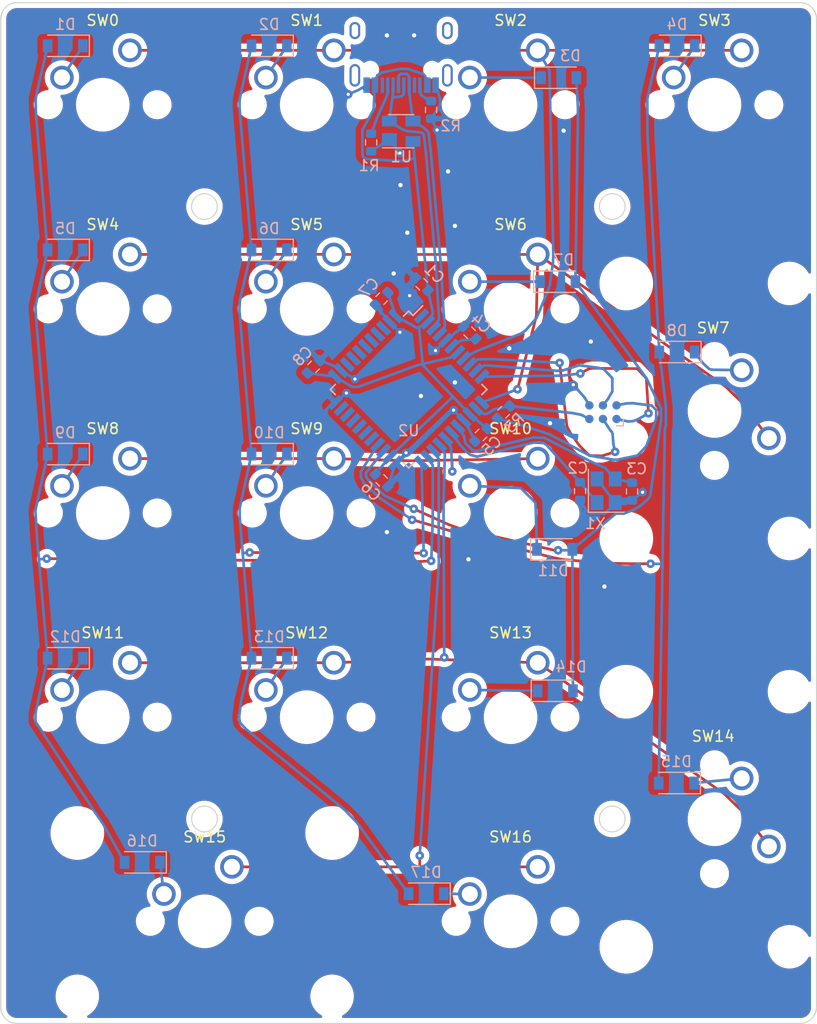
<source format=kicad_pcb>
(kicad_pcb (version 20210126) (generator pcbnew)
  (layers (0 "F.Cu" signal) (31 "B.Cu" signal) (34 "B.Paste" user) (35 "F.Paste" user) (36 "B.SilkS" user "B.Silkscreen") (37 "F.SilkS" user "F.Silkscreen") (38 "B.Mask" user) (39 "F.Mask" user) (44 "Edge.Cuts" user))
  (net 0 "")
  (net 1 "GND")
  (net 2 "matrix-0")
  (net 3 "matrix-1")
  (net 4 "matrix-2")
  (net 5 "matrix-3")
  (net 6 "matrix-4")
  (net 7 "matrix-5")
  (net 8 "matrix-6")
  (net 9 "matrix-7")
  (net 10 "matrix-8")
  (net 11 "switch-diode-0")
  (net 12 "switch-diode-1")
  (net 13 "switch-diode-2")
  (net 14 "switch-diode-3")
  (net 15 "switch-diode-4")
  (net 16 "switch-diode-5")
  (net 17 "switch-diode-6")
  (net 18 "switch-diode-7")
  (net 19 "switch-diode-8")
  (net 20 "switch-diode-9")
  (net 21 "switch-diode-10")
  (net 22 "switch-diode-11")
  (net 23 "switch-diode-12")
  (net 24 "switch-diode-13")
  (net 25 "switch-diode-14")
  (net 26 "switch-diode-15")
  (net 27 "switch-diode-16")
  (net 28 "usb-dp")
  (net 29 "usb-dn")
  (net 30 "usb-vcc")
  (net 31 "usb-cc1")
  (net 32 "usb-cc2")
  (net 33 "icsp-reset")
  (net 34 "icsp-mosi")
  (net 35 "icsp-miso")
  (net 36 "icsp-sck")
  (net 37 "xtal1")
  (net 38 "xtal2")
  (net 39 "ucap")
  (footprint "SW_Cherry_MX_PCB" (layer "F.Cu") (at 82.675 25.525)
    (fp_text reference "SW3")
    (fp_text value "SW_Cherry_MX_1.00u_PCB" hide)
  )
  (footprint "SW_Cherry_MX_PCB" (layer "F.Cu") (at 44.575 25.525)
    (fp_text reference "SW1")
    (fp_text value "SW_Cherry_MX_1.00u_PCB" hide)
  )
  (footprint "SW_Cherry_MX_PCB" (layer "F.Cu") (at 63.625 101.725)
    (fp_text reference "SW16")
    (fp_text value "SW_Cherry_MX_1.00u_PCB" hide)
  )
  (footprint "SW_Cherry_MX_PCB" (layer "F.Cu") (at 82.675 92.2 -90)
    (fp_text reference "SW14")
    (fp_text value "SW_Cherry_MX_1.00u_PCB" hide)
  )
  (footprint "SW_Cherry_MX_PCB" (layer "F.Cu") (at 44.575 44.575)
    (fp_text reference "SW5")
    (fp_text value "SW_Cherry_MX_1.00u_PCB" hide)
  )
  (footprint "SW_Cherry_MX_PCB" (layer "F.Cu") (at 44.575 63.625)
    (fp_text reference "SW9")
    (fp_text value "SW_Cherry_MX_1.00u_PCB" hide)
  )
  (footprint "SW_Cherry_MX_PCB" (layer "F.Cu") (at 25.525 25.525)
    (fp_text reference "SW0")
    (fp_text value "SW_Cherry_MX_1.00u_PCB" hide)
  )
  (footprint "Stab_Cherry_MX_2.00u_PCB" (layer "F.Cu") (at 82.675 54.1 -90)
    (fp_text reference "ST7" hide)
    (fp_text value "SW_Cherry_MX_2.00u_PCB" hide)
  )
  (footprint "SW_Cherry_MX_PCB" (layer "F.Cu") (at 63.625 82.675)
    (fp_text reference "SW13")
    (fp_text value "SW_Cherry_MX_1.00u_PCB" hide)
  )
  (footprint "SW_Cherry_MX_PCB" (layer "F.Cu") (at 25.525 63.625)
    (fp_text reference "SW8")
    (fp_text value "SW_Cherry_MX_1.00u_PCB" hide)
  )
  (footprint "SW_Cherry_MX_PCB" (layer "F.Cu") (at 25.525 44.575)
    (fp_text reference "SW4")
    (fp_text value "SW_Cherry_MX_1.00u_PCB" hide)
  )
  (footprint "SW_Cherry_MX_PCB" (layer "F.Cu") (at 44.575 82.675)
    (fp_text reference "SW12")
    (fp_text value "SW_Cherry_MX_1.00u_PCB" hide)
  )
  (footprint "SW_Cherry_MX_PCB" (layer "F.Cu") (at 35.05 101.725)
    (fp_text reference "SW15")
    (fp_text value "SW_Cherry_MX_1.00u_PCB" hide)
  )
  (footprint "Stab_Cherry_MX_2.00u_PCB" (layer "F.Cu") (at 35.05 101.725 180)
    (fp_text reference "ST15" hide)
    (fp_text value "SW_Cherry_MX_2.00u_PCB" hide)
  )
  (footprint "SW_Cherry_MX_PCB" (layer "F.Cu") (at 63.625 25.525)
    (fp_text reference "SW2")
    (fp_text value "SW_Cherry_MX_1.00u_PCB" hide)
  )
  (footprint "Stab_Cherry_MX_2.00u_PCB" (layer "F.Cu") (at 82.675 92.2 -90)
    (fp_text reference "ST14" hide)
    (fp_text value "SW_Cherry_MX_2.00u_PCB" hide)
  )
  (footprint "SW_Cherry_MX_PCB" (layer "F.Cu") (at 82.675 54.1 -90)
    (fp_text reference "SW7")
    (fp_text value "SW_Cherry_MX_1.00u_PCB" hide)
  )
  (footprint "SW_Cherry_MX_PCB" (layer "F.Cu") (at 63.625 44.575)
    (fp_text reference "SW6")
    (fp_text value "SW_Cherry_MX_1.00u_PCB" hide)
  )
  (footprint "SW_Cherry_MX_PCB" (layer "F.Cu") (at 25.525 82.675)
    (fp_text reference "SW11")
    (fp_text value "SW_Cherry_MX_1.00u_PCB" hide)
  )
  (footprint "SW_Cherry_MX_PCB" (layer "F.Cu") (at 63.625 63.625)
    (fp_text reference "SW10")
    (fp_text value "SW_Cherry_MX_1.00u_PCB" hide)
  )
  (footprint "D_SOD-123" (layer "B.Cu") (at 22.025 20.025 180)
    (fp_text reference "D1")
    (fp_text value "4148")
  )
  (footprint "R_0603_1608Metric" (layer "B.Cu") (at 59.8 46.8 -45)
    (fp_text reference "C4")
    (fp_text value "1 µF")
  )
  (footprint "D_SOD-123" (layer "B.Cu") (at 79.175 20.025 180)
    (fp_text reference "D4")
    (fp_text value "4148")
  )
  (footprint "D_SOD-123" (layer "B.Cu") (at 68.0329 42.0345)
    (fp_text reference "D7")
    (fp_text value "4148")
  )
  (footprint "D_SOD-123" (layer "B.Cu") (at 41.075 20.025 180)
    (fp_text reference "D2")
    (fp_text value "4148")
  )
  (footprint "HRO-TYPE-C-31-M-12" (layer "B.Cu") (at 53.4 16)
    (fp_text reference "J1" hide)
    (fp_text value "HRO-TYPE-C-31-M-12" hide)
  )
  (footprint "R_0603_1608Metric" (layer "B.Cu") (at 70.1171 61.5777 -90)
    (fp_text reference "C2")
    (fp_text value "22 pF")
  )
  (footprint "D_SOD-123" (layer "B.Cu") (at 68.1142 23.0018)
    (fp_text reference "D3")
    (fp_text value "4148")
  )
  (footprint "D_SOD-123" (layer "B.Cu") (at 41.075 77.175 180)
    (fp_text reference "D13")
    (fp_text value "4148")
  )
  (footprint "D_SOD-123" (layer "B.Cu") (at 67.8014 80.2134)
    (fp_text reference "D14")
    (fp_text value "4148")
  )
  (footprint "TQFP-44_10x10mm_P0.8mm" (layer "B.Cu") (at 54.1 52.1 -135)
    (fp_text reference "U2")
    (fp_text value "ATMEGA32U4-AU")
  )
  (footprint "D_SOD-123" (layer "B.Cu") (at 22.025 39.075 180)
    (fp_text reference "D5")
    (fp_text value "4148")
  )
  (footprint "Tag-Connect_TC2030-IDC-FP_2x03_P1.27mm_Vertical" (layer "B.Cu") (at 72.2534 54.2139 180)
    (fp_text reference "Jx1" hide)
    (fp_text value "Tag-Connect_TC2030-IDC-FP_2x03_P1.27mm_Vertical" hide)
  )
  (footprint "R_0603_1608Metric" (layer "B.Cu") (at 56.2 26 90)
    (fp_text reference "R2")
    (fp_text value "5.1 kΩ")
  )
  (footprint "D_SOD-123" (layer "B.Cu") (at 41.075 58.125 180)
    (fp_text reference "D10")
    (fp_text value "4148")
  )
  (footprint "D_SOD-123" (layer "B.Cu") (at 22.025 77.175 180)
    (fp_text reference "D12")
    (fp_text value "4148")
  )
  (footprint "D_SOD-123" (layer "B.Cu") (at 79.175 48.6 180)
    (fp_text reference "D8")
    (fp_text value "4148")
  )
  (footprint "D_SOD-123" (layer "B.Cu") (at 41.075 39.075 180)
    (fp_text reference "D6")
    (fp_text value "4148")
  )
  (footprint "Crystal_SMD_3225-4Pin_3.2x2.5mm" (layer "B.Cu") (at 72.5464 61.548 90)
    (fp_text reference "X1")
    (fp_text value "16 MHz")
  )
  (footprint "D_SOD-123" (layer "B.Cu") (at 79.1107 88.8216 180)
    (fp_text reference "D15")
    (fp_text value "4148")
  )
  (footprint "R_0603_1608Metric" (layer "B.Cu") (at 50.6 29.0403 90)
    (fp_text reference "R1")
    (fp_text value "5.1 kΩ")
  )
  (footprint "R_0603_1608Metric" (layer "B.Cu") (at 45.22 49.98 45)
    (fp_text reference "C8")
    (fp_text value "0.1 µF")
  )
  (footprint "R_0603_1608Metric" (layer "B.Cu") (at 60.86 56.34 45)
    (fp_text reference "C5")
    (fp_text value "0.1 µF")
  )
  (footprint "D_SOD-123" (layer "B.Cu") (at 22.025 58.125 180)
    (fp_text reference "D9")
    (fp_text value "4148")
  )
  (footprint "R_0603_1608Metric" (layer "B.Cu") (at 74.9729 61.6142 -90)
    (fp_text reference "C3")
    (fp_text value "22 pF")
  )
  (footprint "R_0603_1608Metric" (layer "B.Cu") (at 51.58 43.62 45)
    (fp_text reference "C7")
    (fp_text value "0.1 µF")
  )
  (footprint "R_0603_1608Metric" (layer "B.Cu") (at 55.3209 42.2754 -45)
    (fp_text reference "C1")
    (fp_text value "10 µF")
  )
  (footprint "R_0603_1608Metric" (layer "B.Cu") (at 51.58 60.58 -45)
    (fp_text reference "C6")
    (fp_text value "0.1 µF")
  )
  (footprint "D_SOD-123" (layer "B.Cu") (at 67.7445 67.0157)
    (fp_text reference "D11")
    (fp_text value "4148")
  )
  (footprint "R_0603_1608Metric" (layer "B.Cu") (at 62.98 54.22 45)
    (fp_text reference "R3")
    (fp_text value "10 kΩ")
  )
  (footprint "D_SOD-123" (layer "B.Cu") (at 55.7412 99.1475 180)
    (fp_text reference "D17")
    (fp_text value "4148")
  )
  (footprint "D_SOD-123" (layer "B.Cu") (at 29.212 96.225 180)
    (fp_text reference "D16")
    (fp_text value "4148")
  )
  (footprint "SOT-143" (layer "B.Cu") (at 53.4 28)
    (fp_text reference "U1")
    (fp_text value "SR05")
  )
  (gr_line (start 92.071314 16.892138) (end 92.085819 16.925974) (layer "Edge.Cuts") (width 0.1))
  (gr_circle (center 35.025 92.175) (end 36.225 92.175) (layer "Edge.Cuts") (width 0.1) (fill none))
  (gr_line (start 16.439339 110.81066) (end 16.413629 110.78431) (layer "Edge.Cuts") (width 0.1))
  (gr_line (start 92.183764 17.279904) (end 92.188719 17.316383) (layer "Edge.Cuts") (width 0.1))
  (gr_line (start 16.144016 16.858667) (end 16.160163 16.825583) (layer "Edge.Cuts") (width 0.1))
  (gr_line (start 92.195935 109.860346) (end 92.192777 109.897025) (layer "Edge.Cuts") (width 0.1))
  (gr_line (start 16.064589 17.064572) (end 16.075707 17.029477) (layer "Edge.Cuts") (width 0.1))
  (gr_line (start 91.78637 110.78431) (end 91.76066 110.81066) (layer "Edge.Cuts") (width 0.1))
  (gr_line (start 16.022083 110.006442) (end 16.016235 109.970095) (layer "Edge.Cuts") (width 0.1))
  (gr_line (start 92.183764 109.970095) (end 92.177916 110.006442) (layer "Edge.Cuts") (width 0.1))
  (gr_line (start 17.135529 111.205046) (end 17.09993 111.195664) (layer "Edge.Cuts") (width 0.1))
  (gr_line (start 91.904811 16.606451) (end 91.926377 16.636287) (layer "Edge.Cuts") (width 0.1))
  (gr_line (start 91.96728 110.552496) (end 91.947204 110.583355) (layer "Edge.Cuts") (width 0.1))
  (gr_line (start 17.243557 111.227916) (end 17.207364 111.221177) (layer "Edge.Cuts") (width 0.1))
  (gr_line (start 16.492661 110.861426) (end 16.465689 110.83637) (layer "Edge.Cuts") (width 0.1))
  (gr_line (start 91.205334 16.087683) (end 91.239842 16.10051) (layer "Edge.Cuts") (width 0.1))
  (gr_line (start 91.73431 16.413629) (end 91.76066 16.439339) (layer "Edge.Cuts") (width 0.1))
  (gr_line (start 16.606451 110.954811) (end 16.577152 110.932519) (layer "Edge.Cuts") (width 0.1))
  (gr_line (start 16.001806 17.426398) (end 16.004064 17.389653) (layer "Edge.Cuts") (width 0.1))
  (gr_line (start 16.858667 111.105983) (end 16.825583 111.089836) (layer "Edge.Cuts") (width 0.1))
  (gr_line (start 16.252795 110.583355) (end 16.232719 110.552496) (layer "Edge.Cuts") (width 0.1))
  (gr_line (start 91.06447 16.044953) (end 91.100069 16.054335) (layer "Edge.Cuts") (width 0.1))
  (gr_line (start 92.171177 110.042635) (end 92.163553 110.078651) (layer "Edge.Cuts") (width 0.1))
  (gr_line (start 92.2 109.75) (end 92.199548 109.786811) (layer "Edge.Cuts") (width 0.1))
  (gr_line (start 90.7 111.25) (end 17.5 111.25) (layer "Edge.Cuts") (width 0.1))
  (gr_line (start 92.198193 17.426398) (end 92.199548 17.463188) (layer "Edge.Cuts") (width 0.1))
  (gr_line (start 90.847025 111.242777) (end 90.810346 111.245935) (layer "Edge.Cuts") (width 0.1))
  (gr_line (start 91.859515 16.54841) (end 91.882519 16.577152) (layer "Edge.Cuts") (width 0.1))
  (gr_line (start 16.160163 16.825583) (end 16.177118 16.792904) (layer "Edge.Cuts") (width 0.1))
  (gr_line (start 17.064572 111.18541) (end 17.029477 111.174292) (layer "Edge.Cuts") (width 0.1))
  (gr_line (start 91.239842 111.149489) (end 91.205334 111.162316) (layer "Edge.Cuts") (width 0.1))
  (gr_line (start 16.273622 16.636287) (end 16.295188 16.606451) (layer "Edge.Cuts") (width 0.1))
  (gr_line (start 92.124292 17.029477) (end 92.13541 17.064572) (layer "Edge.Cuts") (width 0.1))
  (gr_line (start 16.087683 16.994665) (end 16.10051 16.960157) (layer "Edge.Cuts") (width 0.1))
  (gr_line (start 91.947204 16.666644) (end 91.96728 16.697503) (layer "Edge.Cuts") (width 0.1))
  (gr_line (start 92.112316 16.994665) (end 92.124292 17.029477) (layer "Edge.Cuts") (width 0.1))
  (gr_line (start 16.439339 16.439339) (end 16.465689 16.413629) (layer "Edge.Cuts") (width 0.1))
  (gr_line (start 16.01128 109.933616) (end 16.007222 109.897025) (layer "Edge.Cuts") (width 0.1))
  (gr_line (start 16.11418 16.925974) (end 16.128685 16.892138) (layer "Edge.Cuts") (width 0.1))
  (gr_line (start 16.075707 110.220522) (end 16.064589 110.185427) (layer "Edge.Cuts") (width 0.1))
  (gr_line (start 16.994665 111.162316) (end 16.960157 111.149489) (layer "Edge.Cuts") (width 0.1))
  (gr_line (start 17.029477 111.174292) (end 16.994665 111.162316) (layer "Edge.Cuts") (width 0.1))
  (gr_line (start 16.825583 16.160163) (end 16.858667 16.144016) (layer "Edge.Cuts") (width 0.1))
  (gr_line (start 91.028651 16.036446) (end 91.06447 16.044953) (layer "Edge.Cuts") (width 0.1))
  (gr_line (start 16.858667 16.144016) (end 16.892138 16.128685) (layer "Edge.Cuts") (width 0.1))
  (gr_line (start 16.697503 16.232719) (end 16.728845 16.213407) (layer "Edge.Cuts") (width 0.1))
  (gr_line (start 17.463188 111.249548) (end 17.426398 111.248193) (layer "Edge.Cuts") (width 0.1))
  (gr_line (start 17.207364 111.221177) (end 17.171348 111.213553) (layer "Edge.Cuts") (width 0.1))
  (gr_line (start 91.028651 111.213553) (end 90.992635 111.221177) (layer "Edge.Cuts") (width 0.1))
  (gr_line (start 15.999999 17.5) (end 15.999999 17.5) (layer "Edge.Cuts") (width 0.1))
  (gr_line (start 91.274025 111.135819) (end 91.239842 111.149489) (layer "Edge.Cuts") (width 0.1))
  (gr_line (start 90.773601 16.001806) (end 90.810346 16.004064) (layer "Edge.Cuts") (width 0.1))
  (gr_line (start 91.926377 110.613712) (end 91.904811 110.643548) (layer "Edge.Cuts") (width 0.1))
  (gr_line (start 16.697503 111.01728) (end 16.666644 110.997204) (layer "Edge.Cuts") (width 0.1))
  (gr_line (start 16.273622 110.613712) (end 16.252795 110.583355) (layer "Edge.Cuts") (width 0.1))
  (gr_line (start 92.155046 17.135529) (end 92.163553 17.171348) (layer "Edge.Cuts") (width 0.1))
  (gr_line (start 91.593548 16.295188) (end 91.622847 16.31748) (layer "Edge.Cuts") (width 0.1))
  (gr_line (start 16.036446 17.171348) (end 16.044953 17.135529) (layer "Edge.Cuts") (width 0.1))
  (gr_line (start 16.016235 109.970095) (end 16.01128 109.933616) (layer "Edge.Cuts") (width 0.1))
  (gr_line (start 16.11418 110.324025) (end 16.10051 110.289842) (layer "Edge.Cuts") (width 0.1))
  (gr_line (start 92.188719 17.316383) (end 92.192777 17.352974) (layer "Edge.Cuts") (width 0.1))
  (gr_line (start 16.036446 110.078651) (end 16.028822 110.042635) (layer "Edge.Cuts") (width 0.1))
  (gr_line (start 16.087683 110.255334) (end 16.075707 110.220522) (layer "Edge.Cuts") (width 0.1))
  (gr_line (start 91.170522 111.174292) (end 91.135427 111.18541) (layer "Edge.Cuts") (width 0.1))
  (gr_line (start 16.213407 16.728845) (end 16.232719 16.697503) (layer "Edge.Cuts") (width 0.1))
  (gr_line (start 16.004064 17.389653) (end 16.007222 17.352974) (layer "Edge.Cuts") (width 0.1))
  (gr_line (start 17.029477 16.075707) (end 17.064572 16.064589) (layer "Edge.Cuts") (width 0.1))
  (gr_line (start 16.194869 16.760652) (end 16.213407 16.728845) (layer "Edge.Cuts") (width 0.1))
  (gr_line (start 92.177916 110.006442) (end 92.171177 110.042635) (layer "Edge.Cuts") (width 0.1))
  (gr_line (start 92.177916 17.243557) (end 92.183764 17.279904) (layer "Edge.Cuts") (width 0.1))
  (gr_line (start 16.028822 110.042635) (end 16.022083 110.006442) (layer "Edge.Cuts") (width 0.1))
  (gr_line (start 16.606451 16.295188) (end 16.636287 16.273622) (layer "Edge.Cuts") (width 0.1))
  (gr_line (start 92.2 17.5) (end 92.2 109.75) (layer "Edge.Cuts") (width 0.1))
  (gr_line (start 90.883616 16.01128) (end 90.920095 16.016235) (layer "Edge.Cuts") (width 0.1))
  (gr_line (start 16.960157 111.149489) (end 16.925974 111.135819) (layer "Edge.Cuts") (width 0.1))
  (gr_line (start 16.465689 110.83637) (end 16.439339 110.81066) (layer "Edge.Cuts") (width 0.1))
  (gr_line (start 17.463188 16.000451) (end 17.499999 16) (layer "Edge.Cuts") (width 0.1))
  (gr_line (start 16.825583 111.089836) (end 16.792904 111.072881) (layer "Edge.Cuts") (width 0.1))
  (gr_line (start 91.904811 110.643548) (end 91.882519 110.672847) (layer "Edge.Cuts") (width 0.1))
  (gr_line (start 16.892138 111.121314) (end 16.858667 111.105983) (layer "Edge.Cuts") (width 0.1))
  (gr_line (start 16.075707 17.029477) (end 16.087683 16.994665) (layer "Edge.Cuts") (width 0.1))
  (gr_line (start 91.274025 16.11418) (end 91.307861 16.128685) (layer "Edge.Cuts") (width 0.1))
  (gr_line (start 16.054335 17.09993) (end 16.064589 17.064572) (layer "Edge.Cuts") (width 0.1))
  (gr_line (start 92.195935 17.389653) (end 92.198193 17.426398) (layer "Edge.Cuts") (width 0.1))
  (gr_line (start 92.188719 109.933616) (end 92.183764 109.970095) (layer "Edge.Cuts") (width 0.1))
  (gr_line (start 91.205334 111.162316) (end 91.170522 111.174292) (layer "Edge.Cuts") (width 0.1))
  (gr_line (start 17.316383 111.238719) (end 17.279904 111.233764) (layer "Edge.Cuts") (width 0.1))
  (gr_line (start 90.920095 111.233764) (end 90.883616 111.238719) (layer "Edge.Cuts") (width 0.1))
  (gr_line (start 16.364186 110.729759) (end 16.340484 110.701589) (layer "Edge.Cuts") (width 0.1))
  (gr_line (start 16.295188 16.606451) (end 16.31748 16.577152) (layer "Edge.Cuts") (width 0.1))
  (gr_line (start 16.007222 17.352974) (end 16.01128 17.316383) (layer "Edge.Cuts") (width 0.1))
  (gr_line (start 16.10051 110.289842) (end 16.087683 110.255334) (layer "Edge.Cuts") (width 0.1))
  (gr_line (start 17.279904 111.233764) (end 17.243557 111.227916) (layer "Edge.Cuts") (width 0.1))
  (gr_line (start 17.279904 16.016235) (end 17.316383 16.01128) (layer "Edge.Cuts") (width 0.1))
  (gr_line (start 16.666644 16.252795) (end 16.697503 16.232719) (layer "Edge.Cuts") (width 0.1))
  (gr_line (start 90.847025 16.007222) (end 90.883616 16.01128) (layer "Edge.Cuts") (width 0.1))
  (gr_line (start 90.883616 111.238719) (end 90.847025 111.242777) (layer "Edge.Cuts") (width 0.1))
  (gr_line (start 16.054335 110.150069) (end 16.044953 110.11447) (layer "Edge.Cuts") (width 0.1))
  (gr_line (start 16.994665 16.087683) (end 17.029477 16.075707) (layer "Edge.Cuts") (width 0.1))
  (gr_line (start 16.001806 109.823601) (end 16.000451 109.786811) (layer "Edge.Cuts") (width 0.1))
  (gr_line (start 91.502496 111.01728) (end 91.471154 111.036592) (layer "Edge.Cuts") (width 0.1))
  (gr_line (start 16.413629 16.465689) (end 16.439339 16.439339) (layer "Edge.Cuts") (width 0.1))
  (gr_line (start 91.471154 111.036592) (end 91.439347 111.05513) (layer "Edge.Cuts") (width 0.1))
  (gr_line (start 16.636287 16.273622) (end 16.666644 16.252795) (layer "Edge.Cuts") (width 0.1))
  (gr_line (start 90.992635 16.028822) (end 91.028651 16.036446) (layer "Edge.Cuts") (width 0.1))
  (gr_line (start 16.232719 110.552496) (end 16.213407 110.521154) (layer "Edge.Cuts") (width 0.1))
  (gr_line (start 92.022881 110.457095) (end 92.00513 110.489347) (layer "Edge.Cuts") (width 0.1))
  (gr_line (start 91.471154 16.213407) (end 91.502496 16.232719) (layer "Edge.Cuts") (width 0.1))
  (gr_line (start 91.73431 110.83637) (end 91.707338 110.861426) (layer "Edge.Cuts") (width 0.1))
  (gr_line (start 92.112316 110.255334) (end 92.099489 110.289842) (layer "Edge.Cuts") (width 0.1))
  (gr_line (start 90.810346 16.004064) (end 90.847025 16.007222) (layer "Edge.Cuts") (width 0.1))
  (gr_line (start 91.439347 111.05513) (end 91.407095 111.072881) (layer "Edge.Cuts") (width 0.1))
  (gr_line (start 16.10051 16.960157) (end 16.11418 16.925974) (layer "Edge.Cuts") (width 0.1))
  (gr_line (start 17.243557 16.022083) (end 17.279904 16.016235) (layer "Edge.Cuts") (width 0.1))
  (gr_line (start 16.760652 16.194869) (end 16.792904 16.177118) (layer "Edge.Cuts") (width 0.1))
  (gr_line (start 16.252795 16.666644) (end 16.273622 16.636287) (layer "Edge.Cuts") (width 0.1))
  (gr_line (start 91.100069 16.054335) (end 91.135427 16.064589) (layer "Edge.Cuts") (width 0.1))
  (gr_line (start 92.055983 16.858667) (end 92.071314 16.892138) (layer "Edge.Cuts") (width 0.1))
  (gr_line (start 16.52024 16.364186) (end 16.54841 16.340484) (layer "Edge.Cuts") (width 0.1))
  (gr_line (start 91.947204 110.583355) (end 91.926377 110.613712) (layer "Edge.Cuts") (width 0.1))
  (gr_line (start 16.666644 110.997204) (end 16.636287 110.976377) (layer "Edge.Cuts") (width 0.1))
  (gr_line (start 92.199548 17.463188) (end 92.2 17.5) (layer "Edge.Cuts") (width 0.1))
  (gr_line (start 92.071314 110.357861) (end 92.055983 110.391332) (layer "Edge.Cuts") (width 0.1))
  (gr_line (start 17.316383 16.01128) (end 17.352974 16.007222) (layer "Edge.Cuts") (width 0.1))
  (gr_line (start 91.707338 16.388573) (end 91.73431 16.413629) (layer "Edge.Cuts") (width 0.1))
  (gr_line (start 17.207364 16.028822) (end 17.243557 16.022083) (layer "Edge.Cuts") (width 0.1))
  (gr_line (start 17.171348 111.213553) (end 17.135529 111.205046) (layer "Edge.Cuts") (width 0.1))
  (gr_line (start 16.792904 111.072881) (end 16.760652 111.05513) (layer "Edge.Cuts") (width 0.1))
  (gr_line (start 92.163553 110.078651) (end 92.155046 110.11447) (layer "Edge.Cuts") (width 0.1))
  (gr_line (start 91.811426 16.492661) (end 91.835813 16.52024) (layer "Edge.Cuts") (width 0.1))
  (gr_line (start 91.439347 16.194869) (end 91.471154 16.213407) (layer "Edge.Cuts") (width 0.1))
  (gr_line (start 90.7 16) (end 90.736811 16.000451) (layer "Edge.Cuts") (width 0.1))
  (gr_line (start 16.213407 110.521154) (end 16.194869 110.489347) (layer "Edge.Cuts") (width 0.1))
  (gr_line (start 16.177118 110.457095) (end 16.160163 110.424416) (layer "Edge.Cuts") (width 0.1))
  (gr_line (start 92.13541 17.064572) (end 92.145664 17.09993) (layer "Edge.Cuts") (width 0.1))
  (gr_line (start 91.593548 110.954811) (end 91.563712 110.976377) (layer "Edge.Cuts") (width 0.1))
  (gr_line (start 16.925974 16.11418) (end 16.960157 16.10051) (layer "Edge.Cuts") (width 0.1))
  (gr_line (start 16.128685 110.357861) (end 16.11418 110.324025) (layer "Edge.Cuts") (width 0.1))
  (gr_line (start 91.170522 16.075707) (end 91.205334 16.087683) (layer "Edge.Cuts") (width 0.1))
  (gr_circle (center 73.125 92.175) (end 74.325 92.175) (layer "Edge.Cuts") (width 0.1) (fill none))
  (gr_line (start 91.986592 110.521154) (end 91.96728 110.552496) (layer "Edge.Cuts") (width 0.1))
  (gr_line (start 16.960157 16.10051) (end 16.994665 16.087683) (layer "Edge.Cuts") (width 0.1))
  (gr_line (start 16.007222 109.897025) (end 16.004064 109.860346) (layer "Edge.Cuts") (width 0.1))
  (gr_line (start 17.352974 111.242777) (end 17.316383 111.238719) (layer "Edge.Cuts") (width 0.1))
  (gr_line (start 92.124292 110.220522) (end 92.112316 110.255334) (layer "Edge.Cuts") (width 0.1))
  (gr_line (start 16.177118 16.792904) (end 16.194869 16.760652) (layer "Edge.Cuts") (width 0.1))
  (gr_line (start 92.171177 17.207364) (end 92.177916 17.243557) (layer "Edge.Cuts") (width 0.1))
  (gr_line (start 91.651589 110.909515) (end 91.622847 110.932519) (layer "Edge.Cuts") (width 0.1))
  (gr_line (start 16.01128 17.316383) (end 16.016235 17.279904) (layer "Edge.Cuts") (width 0.1))
  (gr_line (start 91.502496 16.232719) (end 91.533355 16.252795) (layer "Edge.Cuts") (width 0.1))
  (gr_line (start 91.341332 111.105983) (end 91.307861 111.121314) (layer "Edge.Cuts") (width 0.1))
  (gr_line (start 92.163553 17.171348) (end 92.171177 17.207364) (layer "Edge.Cuts") (width 0.1))
  (gr_line (start 91.96728 16.697503) (end 91.986592 16.728845) (layer "Edge.Cuts") (width 0.1))
  (gr_line (start 91.679759 110.885813) (end 91.651589 110.909515) (layer "Edge.Cuts") (width 0.1))
  (gr_line (start 92.00513 16.760652) (end 92.022881 16.792904) (layer "Edge.Cuts") (width 0.1))
  (gr_line (start 91.622847 16.31748) (end 91.651589 16.340484) (layer "Edge.Cuts") (width 0.1))
  (gr_line (start 92.022881 16.792904) (end 92.039836 16.825583) (layer "Edge.Cuts") (width 0.1))
  (gr_line (start 17.064572 16.064589) (end 17.09993 16.054335) (layer "Edge.Cuts") (width 0.1))
  (gr_line (start 90.810346 111.245935) (end 90.773601 111.248193) (layer "Edge.Cuts") (width 0.1))
  (gr_line (start 16.044953 17.135529) (end 16.054335 17.09993) (layer "Edge.Cuts") (width 0.1))
  (gr_line (start 17.171348 16.036446) (end 17.207364 16.028822) (layer "Edge.Cuts") (width 0.1))
  (gr_line (start 16.340484 16.54841) (end 16.364186 16.52024) (layer "Edge.Cuts") (width 0.1))
  (gr_line (start 16.31748 16.577152) (end 16.340484 16.54841) (layer "Edge.Cuts") (width 0.1))
  (gr_line (start 91.859515 110.701589) (end 91.835813 110.729759) (layer "Edge.Cuts") (width 0.1))
  (gr_line (start 91.307861 16.128685) (end 91.341332 16.144016) (layer "Edge.Cuts") (width 0.1))
  (gr_line (start 16.892138 16.128685) (end 16.925974 16.11418) (layer "Edge.Cuts") (width 0.1))
  (gr_line (start 16.52024 110.885813) (end 16.492661 110.861426) (layer "Edge.Cuts") (width 0.1))
  (gr_line (start 16.128685 16.892138) (end 16.144016 16.858667) (layer "Edge.Cuts") (width 0.1))
  (gr_line (start 16.144016 110.391332) (end 16.128685 110.357861) (layer "Edge.Cuts") (width 0.1))
  (gr_line (start 91.622847 110.932519) (end 91.593548 110.954811) (layer "Edge.Cuts") (width 0.1))
  (gr_line (start 16.54841 110.909515) (end 16.52024 110.885813) (layer "Edge.Cuts") (width 0.1))
  (gr_line (start 16.004064 109.860346) (end 16.001806 109.823601) (layer "Edge.Cuts") (width 0.1))
  (gr_line (start 16.636287 110.976377) (end 16.606451 110.954811) (layer "Edge.Cuts") (width 0.1))
  (gr_line (start 16.577152 110.932519) (end 16.54841 110.909515) (layer "Edge.Cuts") (width 0.1))
  (gr_line (start 91.835813 16.52024) (end 91.859515 16.54841) (layer "Edge.Cuts") (width 0.1))
  (gr_line (start 16.028822 17.207364) (end 16.036446 17.171348) (layer "Edge.Cuts") (width 0.1))
  (gr_line (start 17.135529 16.044953) (end 17.171348 16.036446) (layer "Edge.Cuts") (width 0.1))
  (gr_line (start 91.563712 110.976377) (end 91.533355 110.997204) (layer "Edge.Cuts") (width 0.1))
  (gr_line (start 17.352974 16.007222) (end 17.389653 16.004064) (layer "Edge.Cuts") (width 0.1))
  (gr_line (start 90.956442 111.227916) (end 90.920095 111.233764) (layer "Edge.Cuts") (width 0.1))
  (gr_line (start 92.00513 110.489347) (end 91.986592 110.521154) (layer "Edge.Cuts") (width 0.1))
  (gr_line (start 92.055983 110.391332) (end 92.039836 110.424416) (layer "Edge.Cuts") (width 0.1))
  (gr_line (start 91.100069 111.195664) (end 91.06447 111.205046) (layer "Edge.Cuts") (width 0.1))
  (gr_line (start 16.388573 110.757338) (end 16.364186 110.729759) (layer "Edge.Cuts") (width 0.1))
  (gr_line (start 92.155046 110.11447) (end 92.145664 110.150069) (layer "Edge.Cuts") (width 0.1))
  (gr_line (start 17.389653 111.245935) (end 17.352974 111.242777) (layer "Edge.Cuts") (width 0.1))
  (gr_line (start 91.76066 110.81066) (end 91.73431 110.83637) (layer "Edge.Cuts") (width 0.1))
  (gr_line (start 17.499999 16) (end 90.7 16) (layer "Edge.Cuts") (width 0.1))
  (gr_line (start 17.426398 16.001806) (end 17.463188 16.000451) (layer "Edge.Cuts") (width 0.1))
  (gr_line (start 16.194869 110.489347) (end 16.177118 110.457095) (layer "Edge.Cuts") (width 0.1))
  (gr_line (start 91.78637 16.465689) (end 91.811426 16.492661) (layer "Edge.Cuts") (width 0.1))
  (gr_line (start 91.811426 110.757338) (end 91.78637 110.78431) (layer "Edge.Cuts") (width 0.1))
  (gr_line (start 91.407095 16.177118) (end 91.439347 16.194869) (layer "Edge.Cuts") (width 0.1))
  (gr_line (start 91.76066 16.439339) (end 91.78637 16.465689) (layer "Edge.Cuts") (width 0.1))
  (gr_line (start 91.835813 110.729759) (end 91.811426 110.757338) (layer "Edge.Cuts") (width 0.1))
  (gr_line (start 17.5 111.25) (end 17.463188 111.249548) (layer "Edge.Cuts") (width 0.1))
  (gr_line (start 92.085819 110.324025) (end 92.071314 110.357861) (layer "Edge.Cuts") (width 0.1))
  (gr_line (start 16.728845 16.213407) (end 16.760652 16.194869) (layer "Edge.Cuts") (width 0.1))
  (gr_line (start 16.792904 16.177118) (end 16.825583 16.160163) (layer "Edge.Cuts") (width 0.1))
  (gr_line (start 91.06447 111.205046) (end 91.028651 111.213553) (layer "Edge.Cuts") (width 0.1))
  (gr_line (start 16.064589 110.185427) (end 16.054335 110.150069) (layer "Edge.Cuts") (width 0.1))
  (gr_line (start 91.651589 16.340484) (end 91.679759 16.364186) (layer "Edge.Cuts") (width 0.1))
  (gr_line (start 91.986592 16.728845) (end 92.00513 16.760652) (layer "Edge.Cuts") (width 0.1))
  (gr_line (start 91.135427 111.18541) (end 91.100069 111.195664) (layer "Edge.Cuts") (width 0.1))
  (gr_line (start 92.085819 16.925974) (end 92.099489 16.960157) (layer "Edge.Cuts") (width 0.1))
  (gr_line (start 15.999999 109.75) (end 15.999999 17.5) (layer "Edge.Cuts") (width 0.1))
  (gr_circle (center 73.125 35.025) (end 74.325 35.025) (layer "Edge.Cuts") (width 0.1) (fill none))
  (gr_line (start 16.31748 110.672847) (end 16.295188 110.643548) (layer "Edge.Cuts") (width 0.1))
  (gr_line (start 92.039836 110.424416) (end 92.022881 110.457095) (layer "Edge.Cuts") (width 0.1))
  (gr_line (start 16.54841 16.340484) (end 16.577152 16.31748) (layer "Edge.Cuts") (width 0.1))
  (gr_line (start 16.492661 16.388573) (end 16.52024 16.364186) (layer "Edge.Cuts") (width 0.1))
  (gr_line (start 16.044953 110.11447) (end 16.036446 110.078651) (layer "Edge.Cuts") (width 0.1))
  (gr_line (start 16.925974 111.135819) (end 16.892138 111.121314) (layer "Edge.Cuts") (width 0.1))
  (gr_line (start 91.307861 111.121314) (end 91.274025 111.135819) (layer "Edge.Cuts") (width 0.1))
  (gr_line (start 92.145664 110.150069) (end 92.13541 110.185427) (layer "Edge.Cuts") (width 0.1))
  (gr_line (start 92.199548 109.786811) (end 92.198193 109.823601) (layer "Edge.Cuts") (width 0.1))
  (gr_line (start 91.533355 110.997204) (end 91.502496 111.01728) (layer "Edge.Cuts") (width 0.1))
  (gr_line (start 90.773601 111.248193) (end 90.736811 111.249548) (layer "Edge.Cuts") (width 0.1))
  (gr_line (start 16.465689 16.413629) (end 16.492661 16.388573) (layer "Edge.Cuts") (width 0.1))
  (gr_line (start 16.295188 110.643548) (end 16.273622 110.613712) (layer "Edge.Cuts") (width 0.1))
  (gr_line (start 16.232719 16.697503) (end 16.252795 16.666644) (layer "Edge.Cuts") (width 0.1))
  (gr_line (start 16.364186 16.52024) (end 16.388573 16.492661) (layer "Edge.Cuts") (width 0.1))
  (gr_line (start 17.426398 111.248193) (end 17.389653 111.245935) (layer "Edge.Cuts") (width 0.1))
  (gr_line (start 16.016235 17.279904) (end 16.022083 17.243557) (layer "Edge.Cuts") (width 0.1))
  (gr_line (start 16.760652 111.05513) (end 16.728845 111.036592) (layer "Edge.Cuts") (width 0.1))
  (gr_line (start 16.413629 110.78431) (end 16.388573 110.757338) (layer "Edge.Cuts") (width 0.1))
  (gr_line (start 92.13541 110.185427) (end 92.124292 110.220522) (layer "Edge.Cuts") (width 0.1))
  (gr_line (start 90.956442 16.022083) (end 90.992635 16.028822) (layer "Edge.Cuts") (width 0.1))
  (gr_line (start 15.999999 17.5) (end 16.000451 17.463188) (layer "Edge.Cuts") (width 0.1))
  (gr_line (start 91.407095 111.072881) (end 91.374416 111.089836) (layer "Edge.Cuts") (width 0.1))
  (gr_line (start 16.022083 17.243557) (end 16.028822 17.207364) (layer "Edge.Cuts") (width 0.1))
  (gr_line (start 16.160163 110.424416) (end 16.144016 110.391332) (layer "Edge.Cuts") (width 0.1))
  (gr_line (start 91.341332 16.144016) (end 91.374416 16.160163) (layer "Edge.Cuts") (width 0.1))
  (gr_line (start 17.09993 111.195664) (end 17.064572 111.18541) (layer "Edge.Cuts") (width 0.1))
  (gr_line (start 16.340484 110.701589) (end 16.31748 110.672847) (layer "Edge.Cuts") (width 0.1))
  (gr_line (start 91.926377 16.636287) (end 91.947204 16.666644) (layer "Edge.Cuts") (width 0.1))
  (gr_line (start 92.192777 109.897025) (end 92.188719 109.933616) (layer "Edge.Cuts") (width 0.1))
  (gr_line (start 91.533355 16.252795) (end 91.563712 16.273622) (layer "Edge.Cuts") (width 0.1))
  (gr_line (start 92.099489 16.960157) (end 92.112316 16.994665) (layer "Edge.Cuts") (width 0.1))
  (gr_line (start 92.192777 17.352974) (end 92.195935 17.389653) (layer "Edge.Cuts") (width 0.1))
  (gr_line (start 91.563712 16.273622) (end 91.593548 16.295188) (layer "Edge.Cuts") (width 0.1))
  (gr_line (start 91.707338 110.861426) (end 91.679759 110.885813) (layer "Edge.Cuts") (width 0.1))
  (gr_line (start 91.374416 16.160163) (end 91.407095 16.177118) (layer "Edge.Cuts") (width 0.1))
  (gr_line (start 91.882519 110.672847) (end 91.859515 110.701589) (layer "Edge.Cuts") (width 0.1))
  (gr_line (start 92.145664 17.09993) (end 92.155046 17.135529) (layer "Edge.Cuts") (width 0.1))
  (gr_line (start 91.374416 111.089836) (end 91.341332 111.105983) (layer "Edge.Cuts") (width 0.1))
  (gr_line (start 91.679759 16.364186) (end 91.707338 16.388573) (layer "Edge.Cuts") (width 0.1))
  (gr_line (start 90.736811 111.249548) (end 90.7 111.25) (layer "Edge.Cuts") (width 0.1))
  (gr_line (start 16.388573 16.492661) (end 16.413629 16.465689) (layer "Edge.Cuts") (width 0.1))
  (gr_line (start 90.992635 111.221177) (end 90.956442 111.227916) (layer "Edge.Cuts") (width 0.1))
  (gr_line (start 91.882519 16.577152) (end 91.904811 16.606451) (layer "Edge.Cuts") (width 0.1))
  (gr_line (start 92.039836 16.825583) (end 92.055983 16.858667) (layer "Edge.Cuts") (width 0.1))
  (gr_line (start 16.577152 16.31748) (end 16.606451 16.295188) (layer "Edge.Cuts") (width 0.1))
  (gr_line (start 16.728845 111.036592) (end 16.697503 111.01728) (layer "Edge.Cuts") (width 0.1))
  (gr_line (start 92.099489 110.289842) (end 92.085819 110.324025) (layer "Edge.Cuts") (width 0.1))
  (gr_circle (center 35.025 35.025) (end 36.225 35.025) (layer "Edge.Cuts") (width 0.1) (fill none))
  (gr_line (start 16.000451 17.463188) (end 16.001806 17.426398) (layer "Edge.Cuts") (width 0.1))
  (gr_line (start 16.000451 109.786811) (end 15.999999 109.75) (layer "Edge.Cuts") (width 0.1))
  (gr_line (start 90.736811 16.000451) (end 90.773601 16.001806) (layer "Edge.Cuts") (width 0.1))
  (gr_line (start 17.09993 16.054335) (end 17.135529 16.044953) (layer "Edge.Cuts") (width 0.1))
  (gr_line (start 90.920095 16.016235) (end 90.956442 16.022083) (layer "Edge.Cuts") (width 0.1))
  (gr_line (start 92.198193 109.823601) (end 92.195935 109.860346) (layer "Edge.Cuts") (width 0.1))
  (gr_line (start 91.135427 16.064589) (end 91.170522 16.075707) (layer "Edge.Cuts") (width 0.1))
  (gr_line (start 91.239842 16.10051) (end 91.274025 16.11418) (layer "Edge.Cuts") (width 0.1))
  (gr_line (start 17.389653 16.004064) (end 17.426398 16.001806) (layer "Edge.Cuts") (width 0.1))
  (via (at 72.39 70.485) (size 0.8) (drill 0.4) (layers "F.Cu" "B.Cu") (net 1))
  (via (at 58.42 51.435) (size 0.8) (drill 0.4) (layers "F.Cu" "B.Cu") (net 1))
  (via (at 53.34 33.02) (size 0.8) (drill 0.4) (layers "F.Cu" "B.Cu") (net 1))
  (via (at 54.1913 43.3413) (size 0.8) (layers "F.Cu" "B.Cu") (net 1))
  (via (at 57.785 31.75) (size 0.8) (drill 0.4) (layers "F.Cu" "B.Cu") (net 1))
  (via (at 56.754 27.8823) (size 0.8) (layers "F.Cu" "B.Cu") (net 1))
  (via (at 56.6174 48.4663) (size 0.8) (layers "F.Cu" "B.Cu") (net 1))
  (via (at 54.61 19.05) (size 0.8) (drill 0.4) (layers "F.Cu" "B.Cu") (net 1))
  (via (at 71.12 47.625) (size 0.8) (drill 0.4) (layers "F.Cu" "B.Cu") (net 1))
  (via (at 48.4596 24.5511) (size 0.8) (layers "F.Cu" "B.Cu") (net 1))
  (via (at 75.9585 61.6868) (size 0.8) (layers "F.Cu" "B.Cu") (net 1))
  (via (at 49.0867 51.1251) (size 0.8) (layers "F.Cu" "B.Cu") (net 1))
  (via (at 68.58 27.94) (size 0.8) (drill 0.4) (layers "F.Cu" "B.Cu") (net 1))
  (via (at 69.4841 51.6519) (size 0.8) (layers "F.Cu" "B.Cu") (net 1))
  (via (at 52.07 65.405) (size 0.8) (drill 0.4) (layers "F.Cu" "B.Cu") (net 1))
  (via (at 55.245 52.705) (size 0.8) (drill 0.4) (layers "F.Cu" "B.Cu") (net 1))
  (via (at 59.69 67.945) (size 0.8) (drill 0.4) (layers "F.Cu" "B.Cu") (net 1))
  (via (at 53.29 46.7607) (size 0.8) (layers "F.Cu" "B.Cu") (net 1))
  (via (at 52.705 41.275) (size 0.8) (drill 0.4) (layers "F.Cu" "B.Cu") (net 1))
  (via (at 53.2943 30.0352) (size 0.8) (layers "F.Cu" "B.Cu") (net 1))
  (via (at 53.975 37.465) (size 0.8) (drill 0.4) (layers "F.Cu" "B.Cu") (net 1))
  (via (at 58.2987 54.0257) (size 0.8) (layers "F.Cu" "B.Cu") (net 1))
  (via (at 53.8593 58.0034) (size 0.8) (layers "F.Cu" "B.Cu") (net 1))
  (via (at 58.42 36.83) (size 0.8) (drill 0.4) (layers "F.Cu" "B.Cu") (net 1))
  (via (at 52.07 19.05) (size 0.8) (drill 0.4) (layers "F.Cu" "B.Cu") (net 1))
  (via (at 67.31 55.245) (size 0.8) (drill 0.4) (layers "F.Cu" "B.Cu") (net 1))
  (via (at 48.2824 52.4323) (size 0.8) (layers "F.Cu" "B.Cu") (net 1))
  (via (at 63.5 48.26) (size 0.8) (drill 0.4) (layers "F.Cu" "B.Cu") (net 1))
  (segment (start 56.625 23.695) (end 56.994 24.7722) (width 0.25) (layer "B.Cu") (net 1))
  (segment (start 57.5648 47.5038) (end 56.6174 48.4663) (width 0.25) (layer "B.Cu") (net 1))
  (segment (start 70.7327 63.4444) (end 70.9616 63.6733) (width 0.25) (layer "B.Cu") (net 1))
  (segment (start 59.2619 54.9991) (end 58.2987 54.0257) (width 0.25) (layer "B.Cu") (net 1))
  (segment (start 56.994 24.7722) (end 57.0586 25.3462) (width 0.25) (layer "B.Cu") (net 1))
  (segment (start 50.175 23.695) (end 49.3898 24.1583) (width 0.25) (layer "B.Cu") (net 1))
  (segment (start 73.3964 62.648) (end 71.6964 60.448) (width 0.25) (layer "B.Cu") (net 1))
  (segment (start 72.4297 63.6733) (end 72.4607 63.6586) (width 0.25) (layer "B.Cu") (net 1))
  (segment (start 56.8793 25.7922) (end 56.2 26.825) (width 0.25) (layer "B.Cu") (net 1))
  (segment (start 47.8067 50.3322) (end 47.1241 49.8998) (width 0.25) (layer "B.Cu") (net 1))
  (segment (start 50.9966 44.2034) (end 52.3322 45.8067) (width 0.25) (layer "B.Cu") (net 1))
  (segment (start 56.9944 25.571) (end 56.8793 25.7922) (width 0.25) (layer "B.Cu") (net 1))
  (segment (start 52.3322 45.8067) (end 53.29 46.7607) (width 0.25) (layer "B.Cu") (net 1))
  (segment (start 52.3 28.77) (end 53.2943 30.0352) (width 0.25) (layer "B.Cu") (net 1))
  (segment (start 74.9729 62.4392) (end 75.9585 61.6868) (width 0.25) (layer "B.Cu") (net 1))
  (segment (start 74.9729 62.4392) (end 73.3964 62.648) (width 0.25) (layer "B.Cu") (net 1))
  (segment (start 59.5778 55.4533) (end 59.2619 54.9991) (width 0.25) (layer "B.Cu") (net 1))
  (segment (start 45.995 49.4627) (end 45.8034 49.3966) (width 0.25) (layer "B.Cu") (net 1))
  (segment (start 47.8067 50.3322) (end 49.0867 51.1251) (width 0.25) (layer "B.Cu") (net 1))
  (segment (start 70.541 52.8464) (end 69.4841 51.6519) (width 0.25) (layer "B.Cu") (net 1))
  (segment (start 56.2 26.825) (end 56.754 27.8823) (width 0.25) (layer "B.Cu") (net 1))
  (segment (start 57.0586 25.3462) (end 56.9944 25.571) (width 0.25) (layer "B.Cu") (net 1))
  (segment (start 52.8979 58.9589) (end 53.8593 58.0034) (width 0.25) (layer "B.Cu") (net 1))
  (segment (start 47.2411 53.3021) (end 48.2824 52.4323) (width 0.25) (layer "B.Cu") (net 1))
  (segment (start 47.1241 49.8998) (end 45.995 49.4627) (width 0.25) (layer "B.Cu") (net 1))
  (segment (start 60.2766 56.9234) (end 59.5778 55.4533) (width 0.25) (layer "B.Cu") (net 1))
  (segment (start 70.9834 53.5789) (end 70.541 52.8464) (width 0.25) (layer "B.Cu") (net 1))
  (segment (start 70.1171 62.4027) (end 70.7327 63.4444) (width 0.25) (layer "B.Cu") (net 1))
  (segment (start 49.3898 24.1583) (end 48.4596 24.5511) (width 0.25) (layer "B.Cu") (net 1))
  (segment (start 70.9616 63.6733) (end 72.4297 63.6733) (width 0.25) (layer "B.Cu") (net 1))
  (segment (start 52.1634 61.1634) (end 52.1637 61.1613) (width 0.25) (layer "B.Cu") (net 1))
  (segment (start 72.4607 63.6586) (end 73.3964 62.648) (width 0.25) (layer "B.Cu") (net 1))
  (segment (start 52.1637 61.1613) (end 52.8979 58.9589) (width 0.25) (layer "B.Cu") (net 1))
  (segment (start 54.7375 41.692) (end 54.1913 43.3413) (width 0.25) (layer "B.Cu") (net 1))
  (segment (start 50.6 29.8653) (end 52.3 28.77) (width 0.25) (layer "B.Cu") (net 1))
  (segment (start 59.2166 46.2166) (end 57.5648 47.5038) (width 0.25) (layer "B.Cu") (net 1))
  (segment (start 66.165 20.445) (end 47.115 20.445) (width 0.25) (layer "F.Cu") (net 2))
  (segment (start 66.1653 20.4449) (end 66.165 20.445) (width 0.25) (layer "F.Cu") (net 2))
  (segment (start 47.115 20.445) (end 28.065 20.445) (width 0.25) (layer "F.Cu") (net 2))
  (segment (start 85.215 20.445) (end 66.1653 20.4449) (width 0.25) (layer "F.Cu") (net 2))
  (segment (start 60.4082 48.5376) (end 64.6086 46.8732) (width 0.25) (layer "B.Cu") (net 2))
  (segment (start 66.9465 43.3035) (end 67.2826 42.3978) (width 0.25) (layer "B.Cu") (net 2))
  (segment (start 59.6269 48.9469) (end 60.4082 48.5376) (width 0.25) (layer "B.Cu") (net 2))
  (segment (start 59.2619 49.2009) (end 59.6269 48.9469) (width 0.25) (layer "B.Cu") (net 2))
  (segment (start 65.0159 46.5951) (end 66.0475 45.43) (width 0.25) (layer "B.Cu") (net 2))
  (segment (start 66.0475 45.43) (end 66.9465 43.3035) (width 0.25) (layer "B.Cu") (net 2))
  (segment (start 64.6086 46.8732) (end 65.0159 46.5951) (width 0.25) (layer "B.Cu") (net 2))
  (segment (start 67.254 22.3024) (end 66.165 20.445) (width 0.25) (layer "B.Cu") (net 2))
  (segment (start 67.2826 42.3978) (end 67.5768 40.3224) (width 0.25) (layer "B.Cu") (net 2))
  (segment (start 67.6237 39.6261) (end 67.254 22.3024) (width 0.25) (layer "B.Cu") (net 2))
  (segment (start 67.5768 40.3224) (end 67.6237 39.6261) (width 0.25) (layer "B.Cu") (net 2))
  (segment (start 28.065 39.495) (end 46.0421 39.4807) (width 0.25) (layer "F.Cu") (net 3))
  (segment (start 66.165 39.495) (end 83.7325 51.8431) (width 0.25) (layer "F.Cu") (net 3))
  (segment (start 47.115 39.495) (end 66.165 39.495) (width 0.25) (layer "F.Cu") (net 3))
  (segment (start 83.7325 51.8431) (end 85.1505 53.2227) (width 0.25) (layer "F.Cu") (net 3))
  (segment (start 85.1505 53.2227) (end 87.755 56.64) (width 0.25) (layer "F.Cu") (net 3))
  (segment (start 46.0421 39.4807) (end 47.115 39.495) (width 0.25) (layer "F.Cu") (net 3))
  (segment (start 64.2734 52.0755) (end 66.0353 45.23) (width 0.25) (layer "F.Cu") (net 3))
  (segment (start 66.0353 45.23) (end 66.165 39.495) (width 0.25) (layer "F.Cu") (net 3))
  (via (at 64.2734 52.0755) (size 0.8) (layers "F.Cu" "B.Cu") (net 3))
  (segment (start 60.9589 53.3021) (end 64.2734 52.0755) (width 0.25) (layer "B.Cu") (net 3))
  (segment (start 28.065 58.545) (end 47.115 58.545) (width 0.25) (layer "F.Cu") (net 4))
  (segment (start 58.1604 58.6792) (end 54.1517 58.7464) (width 0.25) (layer "F.Cu") (net 4))
  (segment (start 66.165 58.545) (end 58.1604 58.6792) (width 0.25) (layer "F.Cu") (net 4))
  (segment (start 54.1517 58.7464) (end 47.115 58.545) (width 0.25) (layer "F.Cu") (net 4))
  (segment (start 58.1604 58.6792) (end 58.1783 59.748) (width 0.25) (layer "F.Cu") (net 4))
  (via (at 58.1783 59.748) (size 0.8) (layers "F.Cu" "B.Cu") (net 4))
  (segment (start 58.069 57.4965) (end 58.1783 59.748) (width 0.25) (layer "B.Cu") (net 4))
  (segment (start 57.5648 56.6962) (end 58.069 57.4965) (width 0.25) (layer "B.Cu") (net 4))
  (segment (start 47.115 77.595) (end 55.9122 77.2512) (width 0.25) (layer "F.Cu") (net 5))
  (segment (start 55.9122 77.2511) (end 57.4213 77.3017) (width 0.25) (layer "F.Cu") (net 5))
  (segment (start 57.4213 77.3017) (end 66.165 77.595) (width 0.25) (layer "F.Cu") (net 5))
  (segment (start 83.6444 89.8789) (end 85.4524 91.6476) (width 0.25) (layer "F.Cu") (net 5))
  (segment (start 66.165 77.595) (end 83.6444 89.8789) (width 0.25) (layer "F.Cu") (net 5))
  (segment (start 85.4524 91.6476) (end 87.755 94.74) (width 0.25) (layer "F.Cu") (net 5))
  (segment (start 28.065 77.595) (end 47.115 77.595) (width 0.25) (layer "F.Cu") (net 5))
  (segment (start 57.4213 77.3017) (end 57.4281 77.1001) (width 0.25) (layer "F.Cu") (net 5))
  (segment (start 55.9122 77.2512) (end 55.9122 77.2511) (width 0.25) (layer "F.Cu") (net 5))
  (via (at 57.4281 77.1001) (size 0.8) (layers "F.Cu" "B.Cu") (net 5))
  (segment (start 57.4835 58.2335) (end 57.4835 58.0286) (width 0.25) (layer "B.Cu") (net 5))
  (segment (start 57.359 62.6793) (end 57.4835 58.2335) (width 0.25) (layer "B.Cu") (net 5))
  (segment (start 57.4281 77.1001) (end 57.359 62.6793) (width 0.25) (layer "B.Cu") (net 5))
  (segment (start 57.4835 58.0286) (end 56.9991 57.2619) (width 0.25) (layer "B.Cu") (net 5))
  (segment (start 37.5909 96.6449) (end 37.59 96.645) (width 0.25) (layer "F.Cu") (net 6))
  (segment (start 55.1354 96.645) (end 37.5909 96.6449) (width 0.25) (layer "F.Cu") (net 6))
  (segment (start 66.165 96.645) (end 55.1354 96.645) (width 0.25) (layer "F.Cu") (net 6))
  (segment (start 55.1354 95.5985) (end 55.1354 96.5551) (width 0.25) (layer "F.Cu") (net 6))
  (segment (start 55.1354 96.5551) (end 55.1354 96.645) (width 0.25) (layer "F.Cu") (net 6))
  (via (at 55.1354 95.5985) (size 0.8) (layers "F.Cu" "B.Cu") (net 6))
  (segment (start 55.1354 95.5985) (end 56.9241 68.4201) (width 0.25) (layer "B.Cu") (net 6))
  (segment (start 56.9241 68.4201) (end 56.9241 67.7904) (width 0.25) (layer "B.Cu") (net 6))
  (segment (start 56.9087 59.2095) (end 56.9179 58.7805) (width 0.25) (layer "B.Cu") (net 6))
  (segment (start 56.9179 58.5943) (end 56.4335 57.8276) (width 0.25) (layer "B.Cu") (net 6))
  (segment (start 56.9179 58.7805) (end 56.9179 58.5943) (width 0.25) (layer "B.Cu") (net 6))
  (segment (start 56.9241 67.7904) (end 56.9087 67.775) (width 0.25) (layer "B.Cu") (net 6))
  (segment (start 56.9087 67.775) (end 56.9087 59.2095) (width 0.25) (layer "B.Cu") (net 6))
  (segment (start 55.1192 68.1521) (end 56.1988 68.0909) (width 0.25) (layer "F.Cu") (net 7))
  (segment (start 38.9454 68.0365) (end 40.2186 68.0365) (width 0.25) (layer "F.Cu") (net 7))
  (segment (start 20.291 67.8819) (end 38.9454 68.0365) (width 0.25) (layer "F.Cu") (net 7))
  (segment (start 40.2186 68.0365) (end 55.1192 68.1521) (width 0.25) (layer "F.Cu") (net 7))
  (via (at 20.291 67.8819) (size 0.8) (layers "F.Cu" "B.Cu") (net 7))
  (via (at 56.1988 68.0909) (size 0.8) (layers "F.Cu" "B.Cu") (net 7))
  (segment (start 56.3522 59.16) (end 55.8678 58.3933) (width 0.25) (layer "B.Cu") (net 7))
  (segment (start 19.2355 83.0905) (end 19.2456 82.2431) (width 0.25) (layer "B.Cu") (net 7))
  (segment (start 19.2544 24.9275) (end 19.2674 26.1038) (width 0.25) (layer "B.Cu") (net 7))
  (segment (start 20.375 20.025) (end 19.2544 24.9275) (width 0.25) (layer "B.Cu") (net 7))
  (segment (start 56.1988 68.0909) (end 56.2309 67.67) (width 0.25) (layer "B.Cu") (net 7))
  (segment (start 19.2355 44.3105) (end 19.2611 44.9839) (width 0.25) (layer "B.Cu") (net 7))
  (segment (start 20.3343 38.8231) (end 20.375 39.075) (width 0.25) (layer "B.Cu") (net 7))
  (segment (start 20.375 39.075) (end 19.2355 44.3105) (width 0.25) (layer "B.Cu") (net 7))
  (segment (start 19.3783 65.9) (end 19.5592 67.9466) (width 0.25) (layer "B.Cu") (net 7))
  (segment (start 20.375 58.125) (end 19.2308 63.3828) (width 0.25) (layer "B.Cu") (net 7))
  (segment (start 56.2309 67.67) (end 56.3522 64.1635) (width 0.25) (layer "B.Cu") (net 7))
  (segment (start 25.5176 92.5704) (end 24.889 91.6814) (width 0.25) (layer "B.Cu") (net 7))
  (segment (start 19.5592 67.9466) (end 20.375 77.175) (width 0.25) (layer "B.Cu") (net 7))
  (segment (start 19.2674 26.1038) (end 20.3343 38.8231) (width 0.25) (layer "B.Cu") (net 7))
  (segment (start 19.2308 63.3828) (end 19.3783 65.9) (width 0.25) (layer "B.Cu") (net 7))
  (segment (start 19.2611 44.9839) (end 20.375 58.125) (width 0.25) (layer "B.Cu") (net 7))
  (segment (start 24.889 91.6814) (end 19.2355 83.0905) (width 0.25) (layer "B.Cu") (net 7))
  (segment (start 19.2456 82.2431) (end 20.375 77.175) (width 0.25) (layer "B.Cu") (net 7))
  (segment (start 56.3522 64.1635) (end 56.3522 59.16) (width 0.25) (layer "B.Cu") (net 7))
  (segment (start 19.5592 67.9466) (end 20.291 67.8819) (width 0.25) (layer "B.Cu") (net 7))
  (segment (start 27.562 96.225) (end 25.5176 92.5704) (width 0.25) (layer "B.Cu") (net 7))
  (segment (start 55.4483 67.3695) (end 39.2458 67.3112) (width 0.25) (layer "F.Cu") (net 8))
  (segment (start 55.5056 67.3695) (end 55.4483 67.3695) (width 0.25) (layer "F.Cu") (net 8))
  (via (at 39.2458 67.3112) (size 0.8) (layers "F.Cu" "B.Cu") (net 8))
  (via (at 55.5056 67.3695) (size 0.8) (layers "F.Cu" "B.Cu") (net 8))
  (segment (start 38.9252 83.8064) (end 38.3342 83.1733) (width 0.25) (layer "B.Cu") (net 8))
  (segment (start 39.425 58.125) (end 38.2842 44.6835) (width 0.25) (layer "B.Cu") (net 8))
  (segment (start 38.6004 67.3655) (end 38.3156 63.9784) (width 0.25) (layer "B.Cu") (net 8))
  (segment (start 39.425 39.075) (end 38.3032 25.8675) (width 0.25) (layer "B.Cu") (net 8))
  (segment (start 49.2575 92.4933) (end 48.0996 91.3038) (width 0.25) (layer "B.Cu") (net 8))
  (segment (start 38.4498 81.1427) (end 39.425 77.175) (width 0.25) (layer "B.Cu") (net 8))
  (segment (start 38.9062 71.0034) (end 38.6004 67.3655) (width 0.25) (layer "B.Cu") (net 8))
  (segment (start 38.3342 83.1733) (end 38.326 83.1333) (width 0.25) (layer "B.Cu") (net 8))
  (segment (start 38.3328 43.8084) (end 39.425 39.075) (width 0.25) (layer "B.Cu") (net 8))
  (segment (start 38.3023 25.0496) (end 39.425 20.025) (width 0.25) (layer "B.Cu") (net 8))
  (segment (start 38.6004 67.3655) (end 39.2458 67.3112) (width 0.25) (layer "B.Cu") (net 8))
  (segment (start 54.0912 99.1475) (end 49.2575 92.4933) (width 0.25) (layer "B.Cu") (net 8))
  (segment (start 38.9061 71.0034) (end 38.9062 71.0034) (width 0.25) (layer "B.Cu") (net 8))
  (segment (start 48.0996 91.3038) (end 38.9252 83.8064) (width 0.25) (layer "B.Cu") (net 8))
  (segment (start 38.2842 44.6835) (end 38.3328 43.8084) (width 0.25) (layer "B.Cu") (net 8))
  (segment (start 38.3156 63.9784) (end 38.3125 63.1956) (width 0.25) (layer "B.Cu") (net 8))
  (segment (start 39.425 77.175) (end 38.9061 71.0034) (width 0.25) (layer "B.Cu") (net 8))
  (segment (start 55.3021 58.9589) (end 55.5056 67.3695) (width 0.25) (layer "B.Cu") (net 8))
  (segment (start 38.3125 63.1956) (end 39.425 58.125) (width 0.25) (layer "B.Cu") (net 8))
  (segment (start 38.2625 82.6518) (end 38.4498 81.1427) (width 0.25) (layer "B.Cu") (net 8))
  (segment (start 38.326 83.1333) (end 38.2625 82.6518) (width 0.25) (layer "B.Cu") (net 8))
  (segment (start 38.3032 25.8675) (end 38.3023 25.0496) (width 0.25) (layer "B.Cu") (net 8))
  (segment (start 68.065 67.103) (end 67.7379 67.103) (width 0.25) (layer "F.Cu") (net 9))
  (segment (start 57.8604 64.7107) (end 54.5783 63.2348) (width 0.25) (layer "F.Cu") (net 9))
  (segment (start 67.7379 67.103) (end 58.8371 65.0591) (width 0.25) (layer "F.Cu") (net 9))
  (segment (start 58.8371 65.0591) (end 57.8604 64.7107) (width 0.25) (layer "F.Cu") (net 9))
  (via (at 54.5783 63.2348) (size 0.8) (layers "F.Cu" "B.Cu") (net 9))
  (via (at 68.065 67.103) (size 0.8) (layers "F.Cu" "B.Cu") (net 9))
  (segment (start 69.3949 67.0973) (end 69.4514 80.2134) (width 0.25) (layer "B.Cu") (net 9))
  (segment (start 77.6833 54.9491) (end 77.6833 53.8691) (width 0.25) (layer "B.Cu") (net 9))
  (segment (start 75.7682 62.9375) (end 76.5458 62.2256) (width 0.25) (layer "B.Cu") (net 9))
  (segment (start 50.1263 59.8479) (end 50.1137 60.182) (width 0.25) (layer "B.Cu") (net 9))
  (segment (start 76.6774 61.9749) (end 77.6833 54.9491) (width 0.25) (layer "B.Cu") (net 9))
  (segment (start 69.6829 42.0345) (end 69.9244 25.9166) (width 0.25) (layer "B.Cu") (net 9))
  (segment (start 50.1137 60.182) (end 50.2232 60.4196) (width 0.25) (layer "B.Cu") (net 9))
  (segment (start 51.9194 62.0339) (end 54.5783 63.2348) (width 0.25) (layer "B.Cu") (net 9))
  (segment (start 76.5458 62.2256) (end 76.6774 61.9749) (width 0.25) (layer "B.Cu") (net 9))
  (segment (start 74.2172 63.6747) (end 75.1884 63.2975) (width 0.25) (layer "B.Cu") (net 9))
  (segment (start 69.9244 25.9166) (end 69.7642 23.0018) (width 0.25) (layer "B.Cu") (net 9))
  (segment (start 75.1884 63.2975) (end 75.7682 62.9375) (width 0.25) (layer "B.Cu") (net 9))
  (segment (start 73.4719 63.6747) (end 74.2172 63.6747) (width 0.25) (layer "B.Cu") (net 9))
  (segment (start 50.2232 60.4196) (end 51.7625 61.9138) (width 0.25) (layer "B.Cu") (net 9))
  (segment (start 51.7665 57.8276) (end 50.1263 59.8479) (width 0.25) (layer "B.Cu") (net 9))
  (segment (start 77.6833 53.8691) (end 76.3222 51.0497) (width 0.25) (layer "B.Cu") (net 9))
  (segment (start 51.7625 61.9138) (end 51.9194 62.0339) (width 0.25) (layer "B.Cu") (net 9))
  (segment (start 69.3949 67.0973) (end 68.065 67.103) (width 0.25) (layer "B.Cu") (net 9))
  (segment (start 69.3945 67.0157) (end 69.3949 67.0973) (width 0.25) (layer "B.Cu") (net 9))
  (segment (start 76.3222 51.0497) (end 69.6829 42.0345) (width 0.25) (layer "B.Cu") (net 9))
  (segment (start 69.3945 67.0157) (end 73.4719 63.6747) (width 0.25) (layer "B.Cu") (net 9))
  (segment (start 59.0427 65.5899) (end 54.593 64.2937) (width 0.25) (layer "F.Cu") (net 10))
  (segment (start 76.7015 68.3584) (end 75.2569 68.3584) (width 0.25) (layer "F.Cu") (net 10))
  (segment (start 54.593 64.2937) (end 54.43 64.2598) (width 0.25) (layer "F.Cu") (net 10))
  (segment (start 67.5784 67.7811) (end 59.0427 65.5899) (width 0.25) (layer "F.Cu") (net 10))
  (segment (start 72.8854 68.3138) (end 68.5751 67.978) (width 0.25) (layer "F.Cu") (net 10))
  (segment (start 68.5751 67.978) (end 67.5784 67.7811) (width 0.25) (layer "F.Cu") (net 10))
  (segment (start 75.2569 68.3584) (end 72.8854 68.3138) (width 0.25) (layer "F.Cu") (net 10))
  (via (at 76.7015 68.3584) (size 0.8) (layers "F.Cu" "B.Cu") (net 10))
  (via (at 54.43 64.2598) (size 0.8) (layers "F.Cu" "B.Cu") (net 10))
  (segment (start 78.1336 55.5073) (end 78.1336 53.6825) (width 0.25) (layer "B.Cu") (net 10))
  (segment (start 77.8146 68.3783) (end 76.7015 68.3584) (width 0.25) (layer "B.Cu") (net 10))
  (segment (start 49.9287 60.8647) (end 51.5118 62.3053) (width 0.25) (layer "B.Cu") (net 10))
  (segment (start 76.4175 28.3856) (end 76.3935 24.9659) (width 0.25) (layer "B.Cu") (net 10))
  (segment (start 78.0401 55.7331) (end 78.1336 55.5073) (width 0.25) (layer "B.Cu") (net 10))
  (segment (start 51.5118 62.3053) (end 54.43 64.2598) (width 0.25) (layer "B.Cu") (net 10))
  (segment (start 77.7954 69.4991) (end 77.8087 68.7517) (width 0.25) (layer "B.Cu") (net 10))
  (segment (start 78.1336 53.6825) (end 77.525 48.6) (width 0.25) (layer "B.Cu") (net 10))
  (segment (start 77.4607 88.8216) (end 77.798 69.9081) (width 0.25) (layer "B.Cu") (net 10))
  (segment (start 77.8079 68.7517) (end 77.8146 68.3783) (width 0.25) (layer "B.Cu") (net 10))
  (segment (start 51.2009 57.2619) (end 49.6413 59.7527) (width 0.25) (layer "B.Cu") (net 10))
  (segment (start 49.6413 59.7527) (end 49.634 60.2636) (width 0.25) (layer "B.Cu") (net 10))
  (segment (start 49.634 60.2636) (end 49.9287 60.8647) (width 0.25) (layer "B.Cu") (net 10))
  (segment (start 77.798 69.9081) (end 77.7954 69.4991) (width 0.25) (layer "B.Cu") (net 10))
  (segment (start 77.525 48.6) (end 76.4175 28.3856) (width 0.25) (layer "B.Cu") (net 10))
  (segment (start 77.8087 68.7517) (end 77.8079 68.7517) (width 0.25) (layer "B.Cu") (net 10))
  (segment (start 77.8146 68.3783) (end 78.0401 55.7331) (width 0.25) (layer "B.Cu") (net 10))
  (segment (start 76.3935 24.9659) (end 77.525 20.025) (width 0.25) (layer "B.Cu") (net 10))
  (segment (start 23.675 20.025) (end 21.715 22.985) (width 0.25) (layer "B.Cu") (net 11))
  (segment (start 40.765 22.985) (end 42.725 20.025) (width 0.25) (layer "B.Cu") (net 12))
  (segment (start 66.4642 23.0018) (end 59.815 22.985) (width 0.25) (layer "B.Cu") (net 13))
  (segment (start 80.825 20.025) (end 78.865 22.985) (width 0.25) (layer "B.Cu") (net 14))
  (segment (start 23.675 39.075) (end 21.715 42.035) (width 0.25) (layer "B.Cu") (net 15))
  (segment (start 42.725 39.075) (end 40.7654 42.0346) (width 0.25) (layer "B.Cu") (net 16))
  (segment (start 40.7654 42.0346) (end 40.765 42.035) (width 0.25) (layer "B.Cu") (net 16))
  (segment (start 66.3829 42.0345) (end 59.815 42.035) (width 0.25) (layer "B.Cu") (net 17))
  (segment (start 81.5774 49.6203) (end 82.1746 50.1839) (width 0.25) (layer "B.Cu") (net 18))
  (segment (start 82.1746 50.1839) (end 82.4531 50.2517) (width 0.25) (layer "B.Cu") (net 18))
  (segment (start 82.4531 50.2517) (end 85.215 50.29) (width 0.25) (layer "B.Cu") (net 18))
  (segment (start 80.825 48.6) (end 81.5774 49.6203) (width 0.25) (layer "B.Cu") (net 18))
  (segment (start 23.675 58.125) (end 21.715 61.085) (width 0.25) (layer "B.Cu") (net 19))
  (segment (start 42.725 58.125) (end 40.765 61.085) (width 0.25) (layer "B.Cu") (net 20))
  (segment (start 65.9503 62.6617) (end 64.5883 61.2997) (width 0.25) (layer "B.Cu") (net 21))
  (segment (start 64.5883 61.2997) (end 59.815 61.085) (width 0.25) (layer "B.Cu") (net 21))
  (segment (start 66.0945 67.0157) (end 65.9503 62.6617) (width 0.25) (layer "B.Cu") (net 21))
  (segment (start 23.675 77.175) (end 21.715 80.135) (width 0.25) (layer "B.Cu") (net 22))
  (segment (start 40.7659 80.1337) (end 40.765 80.135) (width 0.25) (layer "B.Cu") (net 23))
  (segment (start 42.725 77.175) (end 40.7659 80.1337) (width 0.25) (layer "B.Cu") (net 23))
  (segment (start 59.815 80.135) (end 66.1514 80.2134) (width 0.25) (layer "B.Cu") (net 24))
  (segment (start 80.7607 88.8216) (end 85.215 88.39) (width 0.25) (layer "B.Cu") (net 25))
  (segment (start 30.862 96.225) (end 31.24 99.185) (width 0.25) (layer "B.Cu") (net 26))
  (segment (start 59.815 99.185) (end 57.3912 99.1475) (width 0.25) (layer "B.Cu") (net 27))
  (segment (start 54.15 23.695) (end 54.1241 22.834) (width 0.25) (layer "B.Cu") (net 28))
  (segment (start 54.4392 26.5619) (end 54.5 27.05) (width 0.25) (layer "B.Cu") (net 28))
  (segment (start 54.1747 24.4912) (end 54.4392 26.5619) (width 0.25) (layer "B.Cu") (net 28))
  (segment (start 57.3697 45.0617) (end 57.4959 46.08) (width 0.25) (layer "B.Cu") (net 28))
  (segment (start 54.1717 24.0207) (end 54.1717 24.0589) (width 0.25) (layer "B.Cu") (net 28))
  (segment (start 54.1717 24.0589) (end 54.1747 24.0884) (width 0.25) (layer "B.Cu") (net 28))
  (segment (start 57.1335 40.6709) (end 57.3697 45.0617) (width 0.25) (layer "B.Cu") (net 28))
  (segment (start 53.3678 22.6368) (end 53.15 22.8546) (width 0.25) (layer "B.Cu") (net 28))
  (segment (start 54.1526 23.7818) (end 54.1717 24.0207) (width 0.25) (layer "B.Cu") (net 28))
  (segment (start 54.5 27.05) (end 55.5214 27.6744) (width 0.25) (layer "B.Cu") (net 28))
  (segment (start 57.4959 46.08) (end 57.4612 46.2976) (width 0.25) (layer "B.Cu") (net 28))
  (segment (start 55.9448 28.0978) (end 56.1692 29.884) (width 0.25) (layer "B.Cu") (net 28))
  (segment (start 54.1241 22.834) (end 53.9348 22.6447) (width 0.25) (layer "B.Cu") (net 28))
  (segment (start 57.4612 46.2976) (end 56.9991 46.9381) (width 0.25) (layer "B.Cu") (net 28))
  (segment (start 54.1747 24.0884) (end 54.1747 24.4912) (width 0.25) (layer "B.Cu") (net 28))
  (segment (start 53.9348 22.6447) (end 53.3678 22.6368) (width 0.25) (layer "B.Cu") (net 28))
  (segment (start 54.15 23.695) (end 54.1526 23.7818) (width 0.25) (layer "B.Cu") (net 28))
  (segment (start 53.15 22.8546) (end 53.15 23.695) (width 0.25) (layer "B.Cu") (net 28))
  (segment (start 56.1692 29.884) (end 57.1335 40.6709) (width 0.25) (layer "B.Cu") (net 28))
  (segment (start 55.5214 27.6744) (end 55.9448 28.0978) (width 0.25) (layer "B.Cu") (net 28))
  (segment (start 55.719 30.0246) (end 56.6322 40.356) (width 0.25) (layer "B.Cu") (net 29))
  (segment (start 52.3 27.05) (end 52.5886 24.8364) (width 0.25) (layer "B.Cu") (net 29))
  (segment (start 52.5886 24.8364) (end 52.6227 24.5747) (width 0.25) (layer "B.Cu") (net 29))
  (segment (start 55.5157 28.3056) (end 55.719 30.0246) (width 0.25) (layer "B.Cu") (net 29))
  (segment (start 52.3 27.05) (end 53.4515 27.7848) (width 0.25) (layer "B.Cu") (net 29))
  (segment (start 56.6322 40.356) (end 56.9324 45.4689) (width 0.25) (layer "B.Cu") (net 29))
  (segment (start 52.6227 24.5747) (end 52.65 23.695) (width 0.25) (layer "B.Cu") (net 29))
  (segment (start 56.9324 45.4689) (end 56.9155 45.5866) (width 0.25) (layer "B.Cu") (net 29))
  (segment (start 55.3348 28.1247) (end 55.5157 28.3056) (width 0.25) (layer "B.Cu") (net 29))
  (segment (start 56.9155 45.5866) (end 56.4335 46.3724) (width 0.25) (layer "B.Cu") (net 29))
  (segment (start 53.4515 27.7848) (end 53.9563 27.9811) (width 0.25) (layer "B.Cu") (net 29))
  (segment (start 53.6241 24.556) (end 53.4348 24.7453) (width 0.25) (layer "B.Cu") (net 29))
  (segment (start 53.4348 24.7453) (end 52.6336 24.8423) (width 0.25) (layer "B.Cu") (net 29))
  (segment (start 53.9563 27.9811) (end 55.3348 28.1247) (width 0.25) (layer "B.Cu") (net 29))
  (segment (start 53.65 23.695) (end 53.6241 24.556) (width 0.25) (layer "B.Cu") (net 29))
  (segment (start 52.6336 24.8423) (end 52.5886 24.8364) (width 0.25) (layer "B.Cu") (net 29))
  (segment (start 55.6441 22.8417) (end 55.85 23.695) (width 0.25) (layer "B.Cu") (net 30))
  (segment (start 50.0929 30.5901) (end 52.9939 30.7605) (width 0.25) (layer "B.Cu") (net 30))
  (segment (start 65.1382 55.5701) (end 67.2897 56.2967) (width 0.25) (layer "B.Cu") (net 30))
  (segment (start 55.0713 46.2923) (end 54.8367 46.3299) (width 0.25) (layer "B.Cu") (net 30))
  (segment (start 49.3872 51.8504) (end 54.8874 49.8421) (width 0.25) (layer "B.Cu") (net 30))
  (segment (start 56.3609 45.0591) (end 55.8678 45.8067) (width 0.25) (layer "B.Cu") (net 30))
  (segment (start 48.8073 51.8504) (end 49.3872 51.8504) (width 0.25) (layer "B.Cu") (net 30))
  (segment (start 55.4217 49.7173) (end 55.4217 49.7172) (width 0.25) (layer "B.Cu") (net 30))
  (segment (start 52.9939 30.7605) (end 53.5948 30.7605) (width 0.25) (layer "B.Cu") (net 30))
  (segment (start 59.8276 54.4335) (end 61.0334 55.4124) (width 0.25) (layer "B.Cu") (net 30))
  (segment (start 55.0714 46.2931) (end 55.0713 46.2923) (width 0.25) (layer "B.Cu") (net 30))
  (segment (start 51.6015 22.5142) (end 53.3018 22.1707) (width 0.25) (layer "B.Cu") (net 30))
  (segment (start 73.224 58.6487) (end 73.6034 58.6524) (width 0.25) (layer "B.Cu") (net 30))
  (segment (start 75.4853 58.2578) (end 76.314 57.3765) (width 0.25) (layer "B.Cu") (net 30))
  (segment (start 54.0725 22.1922) (end 55.496 22.6792) (width 0.25) (layer "B.Cu") (net 30))
  (segment (start 67.2897 56.2967) (end 70.9947 58.2511) (width 0.25) (layer "B.Cu") (net 30))
  (segment (start 53.5948 30.7605) (end 54.5513 30.5495) (width 0.25) (layer "B.Cu") (net 30))
  (segment (start 50.95 23.695) (end 51.1728 22.7785) (width 0.25) (layer "B.Cu") (net 30))
  (segment (start 58.2412 52.7673) (end 55.4492 49.8349) (width 0.25) (layer "B.Cu") (net 30))
  (segment (start 47.2411 50.8979) (end 44.6366 50.5634) (width 0.25) (layer "B.Cu") (net 30))
  (segment (start 50.95 23.695) (end 50.8318 25.9819) (width 0.25) (layer "B.Cu") (net 30))
  (segment (start 59.8276 54.4335) (end 58.2412 52.7673) (width 0.25) (layer "B.Cu") (net 30))
  (segment (start 55.4218 49.7176) (end 55.4217 49.7173) (width 0.25) (layer "B.Cu") (net 30))
  (segment (start 55.9043 42.8588) (end 56.354 44.8456) (width 0.25) (layer "B.Cu") (net 30))
  (segment (start 54.6604 30.5385) (end 54.5 28.95) (width 0.25) (layer "B.Cu") (net 30))
  (segment (start 51.1728 22.7785) (end 51.6015 22.5142) (width 0.25) (layer "B.Cu") (net 30))
  (segment (start 55.9043 42.8588) (end 54.6604 30.5385) (width 0.25) (layer "B.Cu") (net 30))
  (segment (start 47.2411 50.8979) (end 48.8073 51.8504) (width 0.25) (layer "B.Cu") (net 30))
  (segment (start 58.0193 49.1108) (end 58.6962 48.6352) (width 0.25) (layer "B.Cu") (net 30))
  (segment (start 52.3322 58.3933) (end 50.9966 59.9966) (width 0.25) (layer "B.Cu") (net 30))
  (segment (start 77.233 54.8177) (end 77.233 54.0167) (width 0.25) (layer "B.Cu") (net 30))
  (segment (start 56.8807 49.3768) (end 58.0193 49.1108) (width 0.25) (layer "B.Cu") (net 30))
  (segment (start 54.8874 49.8421) (end 55.4217 49.7173) (width 0.25) (layer "B.Cu") (net 30))
  (segment (start 75.0499 53.3754) (end 74.4366 53.3962) (width 0.25) (layer "B.Cu") (net 30))
  (segment (start 73.6034 58.6524) (end 75.4853 58.2578) (width 0.25) (layer "B.Cu") (net 30))
  (segment (start 55.496 22.6792) (end 55.6441 22.8417) (width 0.25) (layer "B.Cu") (net 30))
  (segment (start 49.7873 30.2178) (end 49.8491 30.3795) (width 0.25) (layer "B.Cu") (net 30))
  (segment (start 49.7793 27.8668) (end 49.7873 30.2178) (width 0.25) (layer "B.Cu") (net 30))
  (segment (start 56.354 44.8456) (end 56.3609 45.0591) (width 0.25) (layer "B.Cu") (net 30))
  (segment (start 50.8318 25.9819) (end 49.7793 27.8668) (width 0.25) (layer "B.Cu") (net 30))
  (segment (start 55.4218 49.7176) (end 56.8807 49.3768) (width 0.25) (layer "B.Cu") (net 30))
  (segment (start 74.4366 53.3962) (end 73.5234 53.5789) (width 0.25) (layer "B.Cu") (net 30))
  (segment (start 54.8367 46.3299) (end 52.8979 45.2411) (width 0.25) (layer "B.Cu") (net 30))
  (segment (start 52.8979 45.2411) (end 52.1634 43.0366) (width 0.25) (layer "B.Cu") (net 30))
  (segment (start 49.8491 30.3795) (end 50.0929 30.5901) (width 0.25) (layer "B.Cu") (net 30))
  (segment (start 62.3966 54.8034) (end 65.1382 55.5701) (width 0.25) (layer "B.Cu") (net 30))
  (segment (start 55.4217 49.7172) (end 55.0714 46.2931) (width 0.25) (layer "B.Cu") (net 30))
  (segment (start 76.314 57.3765) (end 77.233 54.8177) (width 0.25) (layer "B.Cu") (net 30))
  (segment (start 76.8082 53.5919) (end 75.0499 53.3754) (width 0.25) (layer "B.Cu") (net 30))
  (segment (start 58.2412 52.7673) (end 52.3322 58.3933) (width 0.25) (layer "B.Cu") (net 30))
  (segment (start 70.9947 58.2511) (end 71.1238 58.2844) (width 0.25) (layer "B.Cu") (net 30))
  (segment (start 53.3018 22.1707) (end 54.0725 22.1922) (width 0.25) (layer "B.Cu") (net 30))
  (segment (start 54.5513 30.5495) (end 54.6604 30.5385) (width 0.25) (layer "B.Cu") (net 30))
  (segment (start 55.8678 45.8067) (end 55.0713 46.2923) (width 0.25) (layer "B.Cu") (net 30))
  (segment (start 71.1238 58.2844) (end 73.224 58.6487) (width 0.25) (layer "B.Cu") (net 30))
  (segment (start 61.0334 55.4124) (end 61.4434 55.7566) (width 0.25) (layer "B.Cu") (net 30))
  (segment (start 77.233 54.0167) (end 76.8082 53.5919) (width 0.25) (layer "B.Cu") (net 30))
  (segment (start 61.4434 55.7566) (end 62.3966 54.8034) (width 0.25) (layer "B.Cu") (net 30))
  (segment (start 55.4492 49.8349) (end 55.4218 49.7176) (width 0.25) (layer "B.Cu") (net 30))
  (segment (start 51.2458 26.5212) (end 50.6 28.2153) (width 0.25) (layer "B.Cu") (net 31))
  (segment (start 52.1269 24.4992) (end 51.9501 24.9638) (width 0.25) (layer "B.Cu") (net 31))
  (segment (start 51.9501 24.9638) (end 51.2458 26.5212) (width 0.25) (layer "B.Cu") (net 31))
  (segment (start 52.15 23.695) (end 52.1269 24.4992) (width 0.25) (layer "B.Cu") (net 31))
  (segment (start 55.2868 24.6523) (end 55.7817 24.9889) (width 0.25) (layer "B.Cu") (net 32))
  (segment (start 55.15 23.695) (end 55.2175 24.5043) (width 0.25) (layer "B.Cu") (net 32))
  (segment (start 55.7817 24.9889) (end 56.2 25.175) (width 0.25) (layer "B.Cu") (net 32))
  (segment (start 55.2175 24.5043) (end 55.2868 24.6523) (width 0.25) (layer "B.Cu") (net 32))
  (segment (start 61.2798 54.3833) (end 61.0016 54.3238) (width 0.25) (layer "B.Cu") (net 33))
  (segment (start 70.9834 54.8489) (end 70.22 54.4553) (width 0.25) (layer "B.Cu") (net 33))
  (segment (start 61.4325 54.349) (end 61.2798 54.3833) (width 0.25) (layer "B.Cu") (net 33))
  (segment (start 70.22 54.4553) (end 69.4497 54.3016) (width 0.25) (layer "B.Cu") (net 33))
  (segment (start 61.0016 54.3238) (end 60.3933 53.8678) (width 0.25) (layer "B.Cu") (net 33))
  (segment (start 62.1256 53.9414) (end 61.4325 54.349) (width 0.25) (layer "B.Cu") (net 33))
  (segment (start 69.4497 54.3016) (end 63.5634 53.6366) (width 0.25) (layer "B.Cu") (net 33))
  (segment (start 63.5634 53.6366) (end 62.1256 53.9414) (width 0.25) (layer "B.Cu") (net 33))
  (segment (start 61.16 49.8478) (end 61.3546 49.8474) (width 0.25) (layer "B.Cu") (net 34))
  (segment (start 71.8012 50.0749) (end 72.3316 50.1918) (width 0.25) (layer "B.Cu") (net 34))
  (segment (start 72.3316 50.1918) (end 73.12 51.0344) (width 0.25) (layer "B.Cu") (net 34))
  (segment (start 72.7346 52.9666) (end 72.2534 53.5789) (width 0.25) (layer "B.Cu") (net 34))
  (segment (start 68.4288 50.3376) (end 68.552 50.3069) (width 0.25) (layer "B.Cu") (net 34))
  (segment (start 73.1312 51.1168) (end 73.1312 52.269) (width 0.25) (layer "B.Cu") (net 34))
  (segment (start 73.1312 52.269) (end 72.7346 52.9666) (width 0.25) (layer "B.Cu") (net 34))
  (segment (start 60.3933 50.3322) (end 61.16 49.8478) (width 0.25) (layer "B.Cu") (net 34))
  (segment (start 73.12 51.0344) (end 73.1312 51.1168) (width 0.25) (layer "B.Cu") (net 34))
  (segment (start 68.552 50.3069) (end 70.0381 49.834) (width 0.25) (layer "B.Cu") (net 34))
  (segment (start 70.0381 49.834) (end 71.8012 50.0749) (width 0.25) (layer "B.Cu") (net 34))
  (segment (start 67.9823 50.353) (end 68.4288 50.3376) (width 0.25) (layer "B.Cu") (net 34))
  (segment (start 61.3546 49.8474) (end 67.9823 50.353) (width 0.25) (layer "B.Cu") (net 34))
  (segment (start 76.3044 51.0462) (end 75.4438 50.1504) (width 0.25) (layer "F.Cu") (net 35))
  (segment (start 75.4438 50.1504) (end 74.4214 50.1405) (width 0.25) (layer "F.Cu") (net 35))
  (segment (start 74.0456 50.1496) (end 71.2812 50.1122) (width 0.25) (layer "F.Cu") (net 35))
  (segment (start 71.2812 50.1122) (end 70.888 50.1863) (width 0.25) (layer "F.Cu") (net 35))
  (segment (start 74.4214 50.1405) (end 74.0456 50.1496) (width 0.25) (layer "F.Cu") (net 35))
  (segment (start 70.888 50.1863) (end 70.1408 50.6068) (width 0.25) (layer "F.Cu") (net 35))
  (segment (start 76.5077 54.3172) (end 76.3044 51.0462) (width 0.25) (layer "F.Cu") (net 35))
  (via (at 70.1408 50.6068) (size 0.8) (layers "F.Cu" "B.Cu") (net 35))
  (via (at 76.5077 54.3172) (size 0.8) (layers "F.Cu" "B.Cu") (net 35))
  (segment (start 60.9589 50.8979) (end 68.4306 50.8033) (width 0.25) (layer "B.Cu") (net 35))
  (segment (start 73.5234 54.8489) (end 74.602 55.08) (width 0.25) (layer "B.Cu") (net 35))
  (segment (start 75.4529 54.9136) (end 76.5077 54.3172) (width 0.25) (layer "B.Cu") (net 35))
  (segment (start 74.602 55.08) (end 75.0464 55.0533) (width 0.25) (layer "B.Cu") (net 35))
  (segment (start 68.4306 50.8033) (end 70.1408 50.6068) (width 0.25) (layer "B.Cu") (net 35))
  (segment (start 75.0464 55.0533) (end 75.4529 54.9136) (width 0.25) (layer "B.Cu") (net 35))
  (segment (start 73.3901 57.9118) (end 72.1726 58.2882) (width 0.25) (layer "F.Cu") (net 36))
  (segment (start 72.1726 58.2882) (end 70.9908 58.2657) (width 0.25) (layer "F.Cu") (net 36))
  (segment (start 70.0576 57.3325) (end 69.2112 56.1637) (width 0.25) (layer "F.Cu") (net 36))
  (segment (start 70.9908 58.2657) (end 70.0576 57.3325) (width 0.25) (layer "F.Cu") (net 36))
  (segment (start 69.2112 56.1637) (end 68.8917 55.532) (width 0.25) (layer "F.Cu") (net 36))
  (segment (start 68.8917 55.532) (end 68.2024 49.6101) (width 0.25) (layer "F.Cu") (net 36))
  (via (at 73.3901 57.9118) (size 0.8) (layers "F.Cu" "B.Cu") (net 36))
  (via (at 68.2024 49.6101) (size 0.8) (layers "F.Cu" "B.Cu") (net 36))
  (segment (start 72.2534 54.8489) (end 72.9313 55.8966) (width 0.25) (layer "B.Cu") (net 36))
  (segment (start 61.7646 49.2565) (end 68.2024 49.6101) (width 0.25) (layer "B.Cu") (net 36))
  (segment (start 73.2283 57.185) (end 73.3901 57.9118) (width 0.25) (layer "B.Cu") (net 36))
  (segment (start 73.0767 56.042) (end 73.1553 56.2352) (width 0.25) (layer "B.Cu") (net 36))
  (segment (start 60.5976 49.2838) (end 61.7646 49.2565) (width 0.25) (layer "B.Cu") (net 36))
  (segment (start 59.8276 49.7665) (end 60.5976 49.2838) (width 0.25) (layer "B.Cu") (net 36))
  (segment (start 72.9313 55.8966) (end 73.0767 56.042) (width 0.25) (layer "B.Cu") (net 36))
  (segment (start 73.1553 56.2352) (end 73.2283 57.185) (width 0.25) (layer "B.Cu") (net 36))
  (segment (start 66.9501 57.2357) (end 70.1171 60.7527) (width 0.25) (layer "B.Cu") (net 37))
  (segment (start 59.4525 57.861) (end 59.8862 58.1991) (width 0.25) (layer "B.Cu") (net 37))
  (segment (start 65.7688 57.0442) (end 66.7124 57.0921) (width 0.25) (layer "B.Cu") (net 37))
  (segment (start 58.9075 57.2513) (end 59.4525 57.861) (width 0.25) (layer "B.Cu") (net 37))
  (segment (start 60.4918 58.3626) (end 65.7688 57.0442) (width 0.25) (layer "B.Cu") (net 37))
  (segment (start 58.1305 56.1305) (end 58.9075 57.2513) (width 0.25) (layer "B.Cu") (net 37))
  (segment (start 66.7124 57.0921) (end 66.9501 57.2357) (width 0.25) (layer "B.Cu") (net 37))
  (segment (start 59.8862 58.1991) (end 60.4918 58.3626) (width 0.25) (layer "B.Cu") (net 37))
  (segment (start 70.1171 60.7527) (end 71.6964 62.648) (width 0.25) (layer "B.Cu") (net 37))
  (segment (start 66.7893 56.613) (end 65.7619 56.567) (width 0.25) (layer "B.Cu") (net 38))
  (segment (start 72.4619 59.4171) (end 71.1075 58.8172) (width 0.25) (layer "B.Cu") (net 38))
  (segment (start 60.2127 57.8061) (end 60.0605 57.7446) (width 0.25) (layer "B.Cu") (net 38))
  (segment (start 65.7619 56.567) (end 60.3727 57.8429) (width 0.25) (layer "B.Cu") (net 38))
  (segment (start 59.4143 57.1219) (end 59.2417 56.3842) (width 0.25) (layer "B.Cu") (net 38))
  (segment (start 60.3727 57.8429) (end 60.2127 57.8061) (width 0.25) (layer "B.Cu") (net 38))
  (segment (start 60.0605 57.7446) (end 59.4143 57.1219) (width 0.25) (layer "B.Cu") (net 38))
  (segment (start 73.3964 60.448) (end 72.4619 59.4171) (width 0.25) (layer "B.Cu") (net 38))
  (segment (start 71.1075 58.8172) (end 66.7893 56.613) (width 0.25) (layer "B.Cu") (net 38))
  (segment (start 59.2417 56.3842) (end 58.6962 55.5648) (width 0.25) (layer "B.Cu") (net 38))
  (segment (start 74.9729 60.7892) (end 73.3964 60.448) (width 0.25) (layer "B.Cu") (net 38))
  (segment (start 58.2403 47.9387) (end 58.1305 48.0695) (width 0.25) (layer "B.Cu") (net 39))
  (segment (start 60.3834 47.3834) (end 59.0803 47.5005) (width 0.25) (layer "B.Cu") (net 39))
  (segment (start 59.0803 47.5005) (end 58.2403 47.9387) (width 0.25) (layer "B.Cu") (net 39))
  (zone (net 1) (net_name "GND") (layers F&B.Cu) (connect_pads (clearance 0.508)) (min_thickness 0.254) (fill yes (thermal_gap 0.508) (thermal_bridge_width 0.508))
    (polygon (pts (xy 15.999999 17.5) (xy 16.000451 17.463188) (xy 16.001806 17.426398) (xy 16.004064 17.389653) (xy 16.007222 17.352974) (xy 16.01128 17.316383) (xy 16.016235 17.279904) (xy 16.022083 17.243557) (xy 16.028822 17.207364) (xy 16.036446 17.171348) (xy 16.044953 17.135529) (xy 16.054335 17.09993) (xy 16.064589 17.064572) (xy 16.075707 17.029477) (xy 16.087683 16.994665) (xy 16.10051 16.960157) (xy 16.11418 16.925974) (xy 16.128685 16.892138) (xy 16.144016 16.858667) (xy 16.160163 16.825583) (xy 16.177118 16.792904) (xy 16.194869 16.760652) (xy 16.213407 16.728845) (xy 16.232719 16.697503) (xy 16.252795 16.666644) (xy 16.273622 16.636287) (xy 16.295188 16.606451) (xy 16.31748 16.577152) (xy 16.340484 16.54841) (xy 16.364186 16.52024) (xy 16.388573 16.492661) (xy 16.413629 16.465689) (xy 16.439339 16.439339) (xy 16.465689 16.413629) (xy 16.492661 16.388573) (xy 16.52024 16.364186) (xy 16.54841 16.340484) (xy 16.577152 16.31748) (xy 16.606451 16.295188) (xy 16.636287 16.273622) (xy 16.666644 16.252795) (xy 16.697503 16.232719) (xy 16.728845 16.213407) (xy 16.760652 16.194869) (xy 16.792904 16.177118) (xy 16.825583 16.160163) (xy 16.858667 16.144016) (xy 16.892138 16.128685) (xy 16.925974 16.11418) (xy 16.960157 16.10051) (xy 16.994665 16.087683) (xy 17.029477 16.075707) (xy 17.064572 16.064589) (xy 17.09993 16.054335) (xy 17.135529 16.044953) (xy 17.171348 16.036446) (xy 17.207364 16.028822) (xy 17.243557 16.022083) (xy 17.279904 16.016235) (xy 17.316383 16.01128) (xy 17.352974 16.007222) (xy 17.389653 16.004064) (xy 17.426398 16.001806) (xy 17.463188 16.000451) (xy 17.499999 16) (xy 90.7 16) (xy 90.736811 16.000451) (xy 90.773601 16.001806) (xy 90.810346 16.004064) (xy 90.847025 16.007222) (xy 90.883616 16.01128) (xy 90.920095 16.016235) (xy 90.956442 16.022083) (xy 90.992635 16.028822) (xy 91.028651 16.036446) (xy 91.06447 16.044953) (xy 91.100069 16.054335) (xy 91.135427 16.064589) (xy 91.170522 16.075707) (xy 91.205334 16.087683) (xy 91.239842 16.10051) (xy 91.274025 16.11418) (xy 91.307861 16.128685) (xy 91.341332 16.144016) (xy 91.374416 16.160163) (xy 91.407095 16.177118) (xy 91.439347 16.194869) (xy 91.471154 16.213407) (xy 91.502496 16.232719) (xy 91.533355 16.252795) (xy 91.563712 16.273622) (xy 91.593548 16.295188) (xy 91.622847 16.31748) (xy 91.651589 16.340484) (xy 91.679759 16.364186) (xy 91.707338 16.388573) (xy 91.73431 16.413629) (xy 91.76066 16.439339) (xy 91.78637 16.465689) (xy 91.811426 16.492661) (xy 91.835813 16.52024) (xy 91.859515 16.54841) (xy 91.882519 16.577152) (xy 91.904811 16.606451) (xy 91.926377 16.636287) (xy 91.947204 16.666644) (xy 91.96728 16.697503) (xy 91.986592 16.728845) (xy 92.00513 16.760652) (xy 92.022881 16.792904) (xy 92.039836 16.825583) (xy 92.055983 16.858667) (xy 92.071314 16.892138) (xy 92.085819 16.925974) (xy 92.099489 16.960157) (xy 92.112316 16.994665) (xy 92.124292 17.029477) (xy 92.13541 17.064572) (xy 92.145664 17.09993) (xy 92.155046 17.135529) (xy 92.163553 17.171348) (xy 92.171177 17.207364) (xy 92.177916 17.243557) (xy 92.183764 17.279904) (xy 92.188719 17.316383) (xy 92.192777 17.352974) (xy 92.195935 17.389653) (xy 92.198193 17.426398) (xy 92.199548 17.463188) (xy 92.2 17.5) (xy 92.2 109.75) (xy 92.199548 109.786811) (xy 92.198193 109.823601) (xy 92.195935 109.860346) (xy 92.192777 109.897025) (xy 92.188719 109.933616) (xy 92.183764 109.970095) (xy 92.177916 110.006442) (xy 92.171177 110.042635) (xy 92.163553 110.078651) (xy 92.155046 110.11447) (xy 92.145664 110.150069) (xy 92.13541 110.185427) (xy 92.124292 110.220522) (xy 92.112316 110.255334) (xy 92.099489 110.289842) (xy 92.085819 110.324025) (xy 92.071314 110.357861) (xy 92.055983 110.391332) (xy 92.039836 110.424416) (xy 92.022881 110.457095) (xy 92.00513 110.489347) (xy 91.986592 110.521154) (xy 91.96728 110.552496) (xy 91.947204 110.583355) (xy 91.926377 110.613712) (xy 91.904811 110.643548) (xy 91.882519 110.672847) (xy 91.859515 110.701589) (xy 91.835813 110.729759) (xy 91.811426 110.757338) (xy 91.78637 110.78431) (xy 91.76066 110.81066) (xy 91.73431 110.83637) (xy 91.707338 110.861426) (xy 91.679759 110.885813) (xy 91.651589 110.909515) (xy 91.622847 110.932519) (xy 91.593548 110.954811) (xy 91.563712 110.976377) (xy 91.533355 110.997204) (xy 91.502496 111.01728) (xy 91.471154 111.036592) (xy 91.439347 111.05513) (xy 91.407095 111.072881) (xy 91.374416 111.089836) (xy 91.341332 111.105983) (xy 91.307861 111.121314) (xy 91.274025 111.135819) (xy 91.239842 111.149489) (xy 91.205334 111.162316) (xy 91.170522 111.174292) (xy 91.135427 111.18541) (xy 91.100069 111.195664) (xy 91.06447 111.205046) (xy 91.028651 111.213553) (xy 90.992635 111.221177) (xy 90.956442 111.227916) (xy 90.920095 111.233764) (xy 90.883616 111.238719) (xy 90.847025 111.242777) (xy 90.810346 111.245935) (xy 90.773601 111.248193) (xy 90.736811 111.249548) (xy 90.7 111.25) (xy 17.5 111.25) (xy 17.463188 111.249548) (xy 17.426398 111.248193) (xy 17.389653 111.245935) (xy 17.352974 111.242777) (xy 17.316383 111.238719) (xy 17.279904 111.233764) (xy 17.243557 111.227916) (xy 17.207364 111.221177) (xy 17.171348 111.213553) (xy 17.135529 111.205046) (xy 17.09993 111.195664) (xy 17.064572 111.18541) (xy 17.029477 111.174292) (xy 16.994665 111.162316) (xy 16.960157 111.149489) (xy 16.925974 111.135819) (xy 16.892138 111.121314) (xy 16.858667 111.105983) (xy 16.825583 111.089836) (xy 16.792904 111.072881) (xy 16.760652 111.05513) (xy 16.728845 111.036592) (xy 16.697503 111.01728) (xy 16.666644 110.997204) (xy 16.636287 110.976377) (xy 16.606451 110.954811) (xy 16.577152 110.932519) (xy 16.54841 110.909515) (xy 16.52024 110.885813) (xy 16.492661 110.861426) (xy 16.465689 110.83637) (xy 16.439339 110.81066) (xy 16.413629 110.78431) (xy 16.388573 110.757338) (xy 16.364186 110.729759) (xy 16.340484 110.701589) (xy 16.31748 110.672847) (xy 16.295188 110.643548) (xy 16.273622 110.613712) (xy 16.252795 110.583355) (xy 16.232719 110.552496) (xy 16.213407 110.521154) (xy 16.194869 110.489347) (xy 16.177118 110.457095) (xy 16.160163 110.424416) (xy 16.144016 110.391332) (xy 16.128685 110.357861) (xy 16.11418 110.324025) (xy 16.10051 110.289842) (xy 16.087683 110.255334) (xy 16.075707 110.220522) (xy 16.064589 110.185427) (xy 16.054335 110.150069) (xy 16.044953 110.11447) (xy 16.036446 110.078651) (xy 16.028822 110.042635) (xy 16.022083 110.006442) (xy 16.016235 109.970095) (xy 16.01128 109.933616) (xy 16.007222 109.897025) (xy 16.004064 109.860346) (xy 16.001806 109.823601) (xy 16.000451 109.786811) (xy 15.999999 109.75) (xy 15.999999 17.5)))
  )
)
</source>
